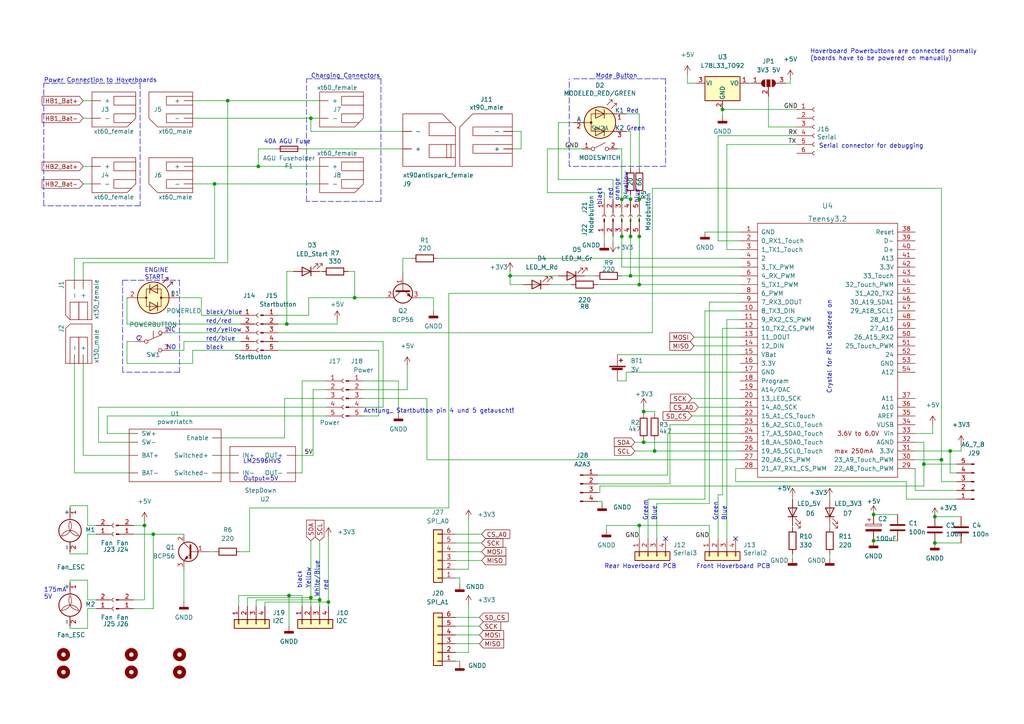
<source format=kicad_sch>
(kicad_sch (version 20211123) (generator eeschema)

  (uuid 00e38d63-5436-49db-81f5-697421f168fc)

  (paper "A4")

  

  (junction (at 62.23 53.34) (diameter 0) (color 0 0 0 0)
    (uuid 051b8cb0-ae77-4e09-98a7-bf2103319e66)
  )
  (junction (at 41.91 152.4) (diameter 0) (color 0 0 0 0)
    (uuid 08d3dd73-6f4c-4fc2-8e37-f281b85fe0d4)
  )
  (junction (at 92.71 173.99) (diameter 0) (color 0 0 0 0)
    (uuid 0b10b5dd-1068-4091-bac0-79652863a01e)
  )
  (junction (at 186.69 128.27) (diameter 0) (color 0 0 0 0)
    (uuid 0bb5c886-5f9c-4c29-83d9-f58a572fcd79)
  )
  (junction (at 90.17 34.29) (diameter 0) (color 0 0 0 0)
    (uuid 123968c6-74e7-4754-8c36-08ea08e42555)
  )
  (junction (at 44.45 154.94) (diameter 0) (color 0 0 0 0)
    (uuid 17f40a5c-3441-49ae-8b83-88ce922d0e3d)
  )
  (junction (at 83.185 93.98) (diameter 0) (color 0 0 0 0)
    (uuid 2235841a-9c52-451a-9616-b84a520feeb5)
  )
  (junction (at 273.05 133.35) (diameter 0) (color 0 0 0 0)
    (uuid 294c0b81-a58f-43d9-b3ff-58ec3e95d3c4)
  )
  (junction (at 147.955 80.01) (diameter 0) (color 0 0 0 0)
    (uuid 31799447-fd07-4760-945e-f0b3deaaea3e)
  )
  (junction (at 182.88 57.785) (diameter 0) (color 0 0 0 0)
    (uuid 35351f64-441a-4f62-87d4-a200c91bb3de)
  )
  (junction (at 185.42 152.4) (diameter 0) (color 0 0 0 0)
    (uuid 38f3170a-b54c-4011-af49-381b27b9e9bb)
  )
  (junction (at 271.145 149.86) (diameter 0) (color 0 0 0 0)
    (uuid 3a3e70b1-2cc8-4a66-89cd-35460ef8a407)
  )
  (junction (at 186.69 119.38) (diameter 0) (color 0 0 0 0)
    (uuid 40412e4d-fa67-404b-8675-fb145207776f)
  )
  (junction (at 185.42 68.58) (diameter 0) (color 0 0 0 0)
    (uuid 5037a3f1-8665-4753-8111-3cc5f01f527e)
  )
  (junction (at 253.365 156.845) (diameter 0) (color 0 0 0 0)
    (uuid 5096b250-cff0-4068-b724-0f0e0414784d)
  )
  (junction (at 182.88 80.01) (diameter 0) (color 0 0 0 0)
    (uuid 51e2a64a-e03c-401f-bbf1-282827dc3883)
  )
  (junction (at 83.82 172.72) (diameter 0) (color 0 0 0 0)
    (uuid 69403c96-f918-448f-9931-0f743ebdeac3)
  )
  (junction (at 185.42 82.55) (diameter 0) (color 0 0 0 0)
    (uuid 694fe12e-f636-4239-9f50-17d1e83c559a)
  )
  (junction (at 275.59 130.81) (diameter 0) (color 0 0 0 0)
    (uuid 73e22f62-48fa-4032-ab99-c63ffdb6815b)
  )
  (junction (at 74.93 48.26) (diameter 0) (color 0 0 0 0)
    (uuid 79451892-db6b-4999-916d-6392174ee493)
  )
  (junction (at 189.865 130.81) (diameter 0) (color 0 0 0 0)
    (uuid 8704d76b-52f1-45a4-966f-1d07e731c198)
  )
  (junction (at 253.365 149.225) (diameter 0) (color 0 0 0 0)
    (uuid 88d9f69e-d0e5-4bba-b2dc-36fd356eba4e)
  )
  (junction (at 185.42 57.785) (diameter 0) (color 0 0 0 0)
    (uuid 8b0c0bc4-8c66-4ee6-94d3-7711afdbbace)
  )
  (junction (at 102.87 86.36) (diameter 0) (color 0 0 0 0)
    (uuid 8e0c5536-8f0c-41c4-a920-c1fe2d0aeb28)
  )
  (junction (at 209.55 31.75) (diameter 0) (color 0 0 0 0)
    (uuid 90b82718-91a8-42b9-8b5c-f55037401d9a)
  )
  (junction (at 182.88 68.58) (diameter 0) (color 0 0 0 0)
    (uuid 92ecfc54-4a5a-4f80-835f-341e5f4566e0)
  )
  (junction (at 180.34 57.785) (diameter 0) (color 0 0 0 0)
    (uuid 9654c0fa-eebe-4319-94a4-df6f955eea98)
  )
  (junction (at 180.34 68.58) (diameter 0) (color 0 0 0 0)
    (uuid 983cd6c3-109c-4c73-99a3-ba679cdd09e5)
  )
  (junction (at 271.145 157.48) (diameter 0) (color 0 0 0 0)
    (uuid 9f171a87-ffde-46b1-b9bd-87ba6a6c823d)
  )
  (junction (at 95.25 174.625) (diameter 0) (color 0 0 0 0)
    (uuid ae42da24-02f4-42e7-8f2c-3c1c04118f9b)
  )
  (junction (at 267.97 134.62) (diameter 0) (color 0 0 0 0)
    (uuid aecb7fd1-6e81-44d7-8a5d-03a5b93e1a9a)
  )
  (junction (at 90.17 173.355) (diameter 0) (color 0 0 0 0)
    (uuid e6bbf99a-2bfc-49bf-a0f1-56b03ff0b655)
  )
  (junction (at 66.04 29.21) (diameter 0) (color 0 0 0 0)
    (uuid fad4c712-0a2e-465d-a9f8-83d26bd66e37)
  )

  (no_connect (at 213.36 156.21) (uuid 57276367-9ce4-4738-88d7-6e8cb94c966c))
  (no_connect (at 193.04 156.21) (uuid 72b36951-3ec7-4569-9c88-cf9b4afe1cae))

  (wire (pts (xy 66.675 132.08) (xy 64.135 132.08))
    (stroke (width 0) (type default) (color 0 0 0 0))
    (uuid 009b5465-0a65-4237-93e7-eb65321eeb18)
  )
  (wire (pts (xy 275.59 130.81) (xy 278.765 130.81))
    (stroke (width 0) (type default) (color 0 0 0 0))
    (uuid 00ebed69-1ae8-4281-9dbb-78160329662c)
  )
  (wire (pts (xy 55.88 101.6) (xy 69.85 101.6))
    (stroke (width 0) (type default) (color 0 0 0 0))
    (uuid 00f6ae70-94cc-4d50-aa7e-814bf3ec142c)
  )
  (wire (pts (xy 62.23 53.34) (xy 62.23 74.93))
    (stroke (width 0) (type default) (color 0 0 0 0))
    (uuid 02538207-54a8-4266-8d51-23871852b2ff)
  )
  (wire (pts (xy 158.75 43.18) (xy 158.75 55.88))
    (stroke (width 0) (type default) (color 0 0 0 0))
    (uuid 03b1ac56-3611-4584-aaf7-656eb89a5a58)
  )
  (wire (pts (xy 181.61 38.1) (xy 182.88 38.1))
    (stroke (width 0) (type default) (color 0 0 0 0))
    (uuid 03f57fb4-32a3-4bc6-85b9-fd8ece4a9592)
  )
  (wire (pts (xy 271.145 157.48) (xy 278.765 157.48))
    (stroke (width 0) (type default) (color 0 0 0 0))
    (uuid 046aff1b-63dd-4fa2-ad6b-a0c87f57f7dd)
  )
  (wire (pts (xy 213.36 139.7) (xy 213.36 135.89))
    (stroke (width 0) (type default) (color 0 0 0 0))
    (uuid 048b98a1-7408-4bd3-ba48-56b856855483)
  )
  (wire (pts (xy 151.13 43.18) (xy 148.59 43.18))
    (stroke (width 0) (type default) (color 0 0 0 0))
    (uuid 04cf2f2c-74bf-400d-b4f6-201720df00ed)
  )
  (wire (pts (xy 185.42 57.785) (xy 185.42 68.58))
    (stroke (width 0) (type default) (color 0 0 0 0))
    (uuid 06407d5a-4471-4505-93e6-0953c197b726)
  )
  (wire (pts (xy 74.93 43.18) (xy 74.93 48.26))
    (stroke (width 0) (type default) (color 0 0 0 0))
    (uuid 083becc8-e25d-4206-9636-55457650bbe3)
  )
  (wire (pts (xy 132.08 167.64) (xy 133.35 167.64))
    (stroke (width 0) (type default) (color 0 0 0 0))
    (uuid 09ec5a1f-8168-4109-a329-ef099cef6d16)
  )
  (wire (pts (xy 83.82 172.72) (xy 69.215 172.72))
    (stroke (width 0) (type default) (color 0 0 0 0))
    (uuid 0a177102-b386-476a-bb78-cfa41e5981d4)
  )
  (wire (pts (xy 253.365 156.845) (xy 260.35 156.845))
    (stroke (width 0) (type default) (color 0 0 0 0))
    (uuid 0a265115-6c7a-45ab-97a3-c695e3ee67d2)
  )
  (polyline (pts (xy 12.7 59.69) (xy 12.7 24.13))
    (stroke (width 0) (type default) (color 0 0 0 0))
    (uuid 0b4c0f05-c855-4742-bad2-dbf645d5842b)
  )

  (wire (pts (xy 217.17 24.13) (xy 217.805 24.13))
    (stroke (width 0) (type default) (color 0 0 0 0))
    (uuid 0b759eb5-2b5d-497b-bde5-ba020c43a39d)
  )
  (wire (pts (xy 265.43 125.73) (xy 270.51 125.73))
    (stroke (width 0) (type default) (color 0 0 0 0))
    (uuid 0bf9b321-fb4d-49fd-9592-7ab5a99eb177)
  )
  (wire (pts (xy 90.17 156.845) (xy 90.17 173.355))
    (stroke (width 0) (type default) (color 0 0 0 0))
    (uuid 0cc9bf07-55b9-458f-b8aa-41b2f51fa940)
  )
  (wire (pts (xy 92.71 156.845) (xy 92.71 173.99))
    (stroke (width 0) (type default) (color 0 0 0 0))
    (uuid 0d5b0f48-7e11-42a1-aa49-31f1b69cb91d)
  )
  (wire (pts (xy 262.89 144.78) (xy 262.89 139.7))
    (stroke (width 0) (type default) (color 0 0 0 0))
    (uuid 0d8dc964-deb7-44e6-848e-a4828cd6ccf5)
  )
  (wire (pts (xy 267.97 140.97) (xy 173.99 140.97))
    (stroke (width 0) (type default) (color 0 0 0 0))
    (uuid 0dbb758d-d359-4d2a-8a5d-77dfe99df357)
  )
  (wire (pts (xy 132.08 160.02) (xy 139.7 160.02))
    (stroke (width 0) (type default) (color 0 0 0 0))
    (uuid 0e78b584-2869-48ac-b293-95bd208efc94)
  )
  (wire (pts (xy 189.865 119.38) (xy 189.865 120.015))
    (stroke (width 0) (type default) (color 0 0 0 0))
    (uuid 0e95aa78-7bed-4b26-ac12-dbebf9e2b680)
  )
  (wire (pts (xy 31.115 120.65) (xy 31.115 125.73))
    (stroke (width 0) (type default) (color 0 0 0 0))
    (uuid 0f6a1023-ed00-4bd6-afef-ff227538c5e3)
  )
  (wire (pts (xy 177.8 52.07) (xy 177.8 57.785))
    (stroke (width 0) (type default) (color 0 0 0 0))
    (uuid 11274c77-8dea-42af-9338-4bcf2f325c89)
  )
  (wire (pts (xy 82.55 127) (xy 82.55 115.57))
    (stroke (width 0) (type default) (color 0 0 0 0))
    (uuid 1136c54b-6feb-40f7-ae6a-0f9521f82981)
  )
  (wire (pts (xy 37.465 125.73) (xy 31.115 125.73))
    (stroke (width 0) (type default) (color 0 0 0 0))
    (uuid 1199146e-a60b-416a-b503-e77d6d2892f9)
  )
  (wire (pts (xy 21.59 137.16) (xy 21.59 105.41))
    (stroke (width 0) (type default) (color 0 0 0 0))
    (uuid 12a24e86-2c38-4685-bba9-fff8dddb4cb0)
  )
  (wire (pts (xy 26.67 53.34) (xy 24.13 53.34))
    (stroke (width 0) (type default) (color 0 0 0 0))
    (uuid 12c8f4c9-cb79-4390-b96c-a717c693de17)
  )
  (wire (pts (xy 24.13 48.26) (xy 26.67 48.26))
    (stroke (width 0) (type default) (color 0 0 0 0))
    (uuid 12f8e43c-8f83-48d3-a9b5-5f3ebc0b6c43)
  )
  (wire (pts (xy 186.69 118.11) (xy 186.69 119.38))
    (stroke (width 0) (type default) (color 0 0 0 0))
    (uuid 13519fa0-f319-4568-9da1-27e7fc596e16)
  )
  (wire (pts (xy 20.32 146.685) (xy 25.4 146.685))
    (stroke (width 0) (type default) (color 0 0 0 0))
    (uuid 1542b558-bfe7-4e44-b051-52e954f089c4)
  )
  (wire (pts (xy 265.43 130.81) (xy 275.59 130.81))
    (stroke (width 0) (type default) (color 0 0 0 0))
    (uuid 15f2b6d5-48c4-4f31-8b9d-7d2668e7fe00)
  )
  (wire (pts (xy 275.59 137.16) (xy 277.495 137.16))
    (stroke (width 0) (type default) (color 0 0 0 0))
    (uuid 16be875d-0110-4993-b777-e772726fe1e5)
  )
  (wire (pts (xy 209.55 95.25) (xy 209.55 143.51))
    (stroke (width 0) (type default) (color 0 0 0 0))
    (uuid 170a1464-a955-4bdc-927d-f8249fd0c04c)
  )
  (wire (pts (xy 66.04 29.21) (xy 66.04 76.2))
    (stroke (width 0) (type default) (color 0 0 0 0))
    (uuid 17ed3508-fa2e-4593-a799-bfd39a6cc14d)
  )
  (wire (pts (xy 159.385 82.55) (xy 165.735 82.55))
    (stroke (width 0) (type default) (color 0 0 0 0))
    (uuid 180684cf-f7b0-46b2-aea4-1f93e406cf59)
  )
  (wire (pts (xy 127 74.93) (xy 214.63 74.93))
    (stroke (width 0) (type default) (color 0 0 0 0))
    (uuid 181e9518-7706-4189-a885-5e6e3aee3bb9)
  )
  (wire (pts (xy 147.955 80.01) (xy 147.955 82.55))
    (stroke (width 0) (type default) (color 0 0 0 0))
    (uuid 193cbccc-28f2-4437-8064-d229e44aa604)
  )
  (wire (pts (xy 83.185 93.98) (xy 83.185 78.74))
    (stroke (width 0) (type default) (color 0 0 0 0))
    (uuid 1df9a412-b56c-4e84-b38b-6a4bc05a97be)
  )
  (wire (pts (xy 38.735 173.99) (xy 41.91 173.99))
    (stroke (width 0) (type default) (color 0 0 0 0))
    (uuid 1e6a20ef-296c-4f96-9891-ff8455ce839d)
  )
  (wire (pts (xy 25.4 182.245) (xy 20.32 182.245))
    (stroke (width 0) (type default) (color 0 0 0 0))
    (uuid 1f97d1e3-c5f6-4344-9fb6-6c723b7697fa)
  )
  (polyline (pts (xy 52.07 81.28) (xy 52.07 107.95))
    (stroke (width 0) (type default) (color 0 0 0 0))
    (uuid 1fbb0219-551e-409b-a61b-76e8cebdfb9d)
  )

  (wire (pts (xy 185.42 82.55) (xy 214.63 82.55))
    (stroke (width 0) (type default) (color 0 0 0 0))
    (uuid 1fe5bc2b-0fca-4819-a520-4615dfab4d15)
  )
  (wire (pts (xy 69.215 172.72) (xy 69.215 175.895))
    (stroke (width 0) (type default) (color 0 0 0 0))
    (uuid 25531609-ada1-438f-9524-2d6b2aacec2a)
  )
  (wire (pts (xy 20.32 168.275) (xy 25.4 168.275))
    (stroke (width 0) (type default) (color 0 0 0 0))
    (uuid 26301722-d82d-4669-b21f-04874a1fbca3)
  )
  (wire (pts (xy 229.87 144.145) (xy 229.87 144.78))
    (stroke (width 0) (type default) (color 0 0 0 0))
    (uuid 26a5e061-05bb-41a8-bc7a-df1564b11e90)
  )
  (wire (pts (xy 132.08 191.77) (xy 133.35 191.77))
    (stroke (width 0) (type default) (color 0 0 0 0))
    (uuid 2721b0da-8699-4bf1-80bb-1d6b9e717c61)
  )
  (wire (pts (xy 214.63 85.09) (xy 130.175 85.09))
    (stroke (width 0) (type default) (color 0 0 0 0))
    (uuid 2762442d-9432-4074-b79b-8eeab3eaf9a7)
  )
  (polyline (pts (xy 40.64 24.13) (xy 40.64 59.69))
    (stroke (width 0) (type default) (color 0 0 0 0))
    (uuid 282c8e53-3acc-42f0-a92a-6aa976b97a93)
  )

  (wire (pts (xy 148.59 38.1) (xy 151.13 38.1))
    (stroke (width 0) (type default) (color 0 0 0 0))
    (uuid 2878a73c-5447-4cd9-8194-14f52ab9459c)
  )
  (wire (pts (xy 89.535 86.36) (xy 102.87 86.36))
    (stroke (width 0) (type default) (color 0 0 0 0))
    (uuid 28e146f5-f85f-47b5-94b5-a67c33d23635)
  )
  (wire (pts (xy 182.88 57.785) (xy 182.88 68.58))
    (stroke (width 0) (type default) (color 0 0 0 0))
    (uuid 2a71f78d-0911-4a41-a0ce-aa50e93d68c8)
  )
  (wire (pts (xy 161.925 35.56) (xy 161.925 52.07))
    (stroke (width 0) (type default) (color 0 0 0 0))
    (uuid 2b8b629c-53ef-4ac6-91d7-f1a071136889)
  )
  (wire (pts (xy 135.89 165.1) (xy 132.08 165.1))
    (stroke (width 0) (type default) (color 0 0 0 0))
    (uuid 2ba9fb94-a1fa-486c-8933-fbe2803c354e)
  )
  (wire (pts (xy 72.39 160.02) (xy 69.85 160.02))
    (stroke (width 0) (type default) (color 0 0 0 0))
    (uuid 2d84a257-2801-4282-83f8-8a08920949d3)
  )
  (wire (pts (xy 55.88 105.41) (xy 55.88 101.6))
    (stroke (width 0) (type default) (color 0 0 0 0))
    (uuid 2fd044b6-377e-455f-89e0-f4f69a117f77)
  )
  (wire (pts (xy 135.89 150.495) (xy 135.89 165.1))
    (stroke (width 0) (type default) (color 0 0 0 0))
    (uuid 3017e6b7-2d49-4427-9dc1-83cc27ee24a4)
  )
  (wire (pts (xy 185.42 152.4) (xy 185.42 156.21))
    (stroke (width 0) (type default) (color 0 0 0 0))
    (uuid 30c33e3e-fb78-498d-bffe-76273d527004)
  )
  (wire (pts (xy 209.55 31.75) (xy 209.55 33.655))
    (stroke (width 0) (type default) (color 0 0 0 0))
    (uuid 322a7fce-26c4-4bb5-ba5a-1688f26585cf)
  )
  (wire (pts (xy 80.645 96.52) (xy 189.23 96.52))
    (stroke (width 0) (type default) (color 0 0 0 0))
    (uuid 32380bb4-3280-497e-9558-7a21f00e00dd)
  )
  (wire (pts (xy 173.355 82.55) (xy 185.42 82.55))
    (stroke (width 0) (type default) (color 0 0 0 0))
    (uuid 32445bc6-e73d-4201-9666-5de468baf622)
  )
  (wire (pts (xy 185.42 68.58) (xy 185.42 82.55))
    (stroke (width 0) (type default) (color 0 0 0 0))
    (uuid 32551a79-b842-47a9-8e23-7783a840e131)
  )
  (wire (pts (xy 161.925 80.01) (xy 147.955 80.01))
    (stroke (width 0) (type default) (color 0 0 0 0))
    (uuid 329094f4-8898-41df-ac65-e73e1fd74cbf)
  )
  (wire (pts (xy 20.32 168.91) (xy 20.32 168.275))
    (stroke (width 0) (type default) (color 0 0 0 0))
    (uuid 33072d10-86aa-4a72-9898-01c2c9b5842e)
  )
  (wire (pts (xy 27.94 176.53) (xy 25.4 176.53))
    (stroke (width 0) (type default) (color 0 0 0 0))
    (uuid 34e399b2-48be-42f9-842e-e3b66c7c06bb)
  )
  (wire (pts (xy 209.55 143.51) (xy 208.28 143.51))
    (stroke (width 0) (type default) (color 0 0 0 0))
    (uuid 34eb38bf-2fc7-4a28-893e-3d3609a85d23)
  )
  (wire (pts (xy 41.91 151.13) (xy 41.91 152.4))
    (stroke (width 0) (type default) (color 0 0 0 0))
    (uuid 35a7735a-ee25-458f-bb48-cd448dcda5d3)
  )
  (wire (pts (xy 62.23 53.34) (xy 92.71 53.34))
    (stroke (width 0) (type default) (color 0 0 0 0))
    (uuid 35c09d1f-2914-4d1e-a002-df30af772f3b)
  )
  (wire (pts (xy 24.13 76.2) (xy 24.13 81.28))
    (stroke (width 0) (type default) (color 0 0 0 0))
    (uuid 35ef9c4a-35f6-467b-a704-b1d9354880cf)
  )
  (wire (pts (xy 267.97 128.27) (xy 267.97 134.62))
    (stroke (width 0) (type default) (color 0 0 0 0))
    (uuid 3628add0-cc90-4ce6-bc0a-7b0499cb2a43)
  )
  (wire (pts (xy 25.4 154.94) (xy 25.4 160.655))
    (stroke (width 0) (type default) (color 0 0 0 0))
    (uuid 39ae077c-5133-4896-9953-71244e980cb5)
  )
  (wire (pts (xy 123.825 115.57) (xy 123.825 133.35))
    (stroke (width 0) (type default) (color 0 0 0 0))
    (uuid 39d7e422-7f67-4268-a2ed-2db52be51cae)
  )
  (wire (pts (xy 158.75 43.18) (xy 168.91 43.18))
    (stroke (width 0) (type default) (color 0 0 0 0))
    (uuid 3a41dd27-ec14-44d5-b505-aad1d829f79a)
  )
  (wire (pts (xy 38.735 154.94) (xy 44.45 154.94))
    (stroke (width 0) (type default) (color 0 0 0 0))
    (uuid 3bc3df81-b30e-4a41-a38c-bca401c1fdb4)
  )
  (wire (pts (xy 132.08 181.61) (xy 139.065 181.61))
    (stroke (width 0) (type default) (color 0 0 0 0))
    (uuid 3bce23fc-cdab-4616-8963-9c1f94f76e8b)
  )
  (wire (pts (xy 94.615 120.65) (xy 31.115 120.65))
    (stroke (width 0) (type default) (color 0 0 0 0))
    (uuid 3bdb6e74-df98-4382-9a1e-8b7b42de8b63)
  )
  (wire (pts (xy 132.08 184.15) (xy 139.065 184.15))
    (stroke (width 0) (type default) (color 0 0 0 0))
    (uuid 3be16d8f-c504-4be9-bb1b-a581c1c2e941)
  )
  (wire (pts (xy 199.39 24.13) (xy 199.39 21.59))
    (stroke (width 0) (type default) (color 0 0 0 0))
    (uuid 3cd14580-9b18-43b9-b012-256b77a63300)
  )
  (wire (pts (xy 24.13 132.08) (xy 37.465 132.08))
    (stroke (width 0) (type default) (color 0 0 0 0))
    (uuid 3e0392c0-affc-4114-9de5-1f1cfe79418a)
  )
  (wire (pts (xy 262.89 139.7) (xy 213.36 139.7))
    (stroke (width 0) (type default) (color 0 0 0 0))
    (uuid 3e2959fb-f853-45ab-a70d-cefa40ed4a13)
  )
  (wire (pts (xy 87.63 43.18) (xy 116.84 43.18))
    (stroke (width 0) (type default) (color 0 0 0 0))
    (uuid 3e3d55c8-e0ea-48fb-8421-a84b7cb7055b)
  )
  (wire (pts (xy 66.04 29.21) (xy 92.71 29.21))
    (stroke (width 0) (type default) (color 0 0 0 0))
    (uuid 422b10b9-e829-44a2-8808-05edd8cb3050)
  )
  (wire (pts (xy 92.71 173.99) (xy 74.295 173.99))
    (stroke (width 0) (type default) (color 0 0 0 0))
    (uuid 4254ab22-9d9b-4884-a1f8-0bb4242f8894)
  )
  (wire (pts (xy 270.51 125.73) (xy 270.51 123.19))
    (stroke (width 0) (type default) (color 0 0 0 0))
    (uuid 44a31d09-65ce-45e2-98f9-0649161b54b4)
  )
  (wire (pts (xy 158.75 55.88) (xy 175.26 55.88))
    (stroke (width 0) (type default) (color 0 0 0 0))
    (uuid 44d10368-2885-4218-b8f1-52a5fde92cb3)
  )
  (wire (pts (xy 214.63 77.47) (xy 180.34 77.47))
    (stroke (width 0) (type default) (color 0 0 0 0))
    (uuid 44dee830-40ed-4a00-8c4e-ba626f32dc1e)
  )
  (wire (pts (xy 25.4 168.275) (xy 25.4 173.99))
    (stroke (width 0) (type default) (color 0 0 0 0))
    (uuid 46fa1be4-d517-4eaf-a68b-dce661fc076c)
  )
  (wire (pts (xy 278.765 130.81) (xy 278.765 128.905))
    (stroke (width 0) (type default) (color 0 0 0 0))
    (uuid 474c69f2-d47e-44b5-9fe8-4f70b718e8d8)
  )
  (wire (pts (xy 90.17 38.1) (xy 90.17 34.29))
    (stroke (width 0) (type default) (color 0 0 0 0))
    (uuid 475ed8b3-90bf-48cd-bce5-d8f48b689541)
  )
  (wire (pts (xy 240.665 152.4) (xy 240.665 153.035))
    (stroke (width 0) (type default) (color 0 0 0 0))
    (uuid 489dbc75-626f-4f7d-a79e-4718b12503a5)
  )
  (wire (pts (xy 205.74 146.05) (xy 205.74 87.63))
    (stroke (width 0) (type default) (color 0 0 0 0))
    (uuid 49df14a4-9231-4e0c-8be6-325780f5026d)
  )
  (wire (pts (xy 253.365 149.225) (xy 260.35 149.225))
    (stroke (width 0) (type default) (color 0 0 0 0))
    (uuid 49efe05d-ee93-4a15-b852-734325ebf0af)
  )
  (wire (pts (xy 89.535 91.44) (xy 89.535 86.36))
    (stroke (width 0) (type default) (color 0 0 0 0))
    (uuid 4abd83b2-2075-4fec-a627-5a1558b56d3f)
  )
  (wire (pts (xy 190.5 156.21) (xy 190.5 146.05))
    (stroke (width 0) (type default) (color 0 0 0 0))
    (uuid 4c843bdb-6c9e-40dd-85e2-0567846e18ba)
  )
  (wire (pts (xy 123.825 133.35) (xy 214.63 133.35))
    (stroke (width 0) (type default) (color 0 0 0 0))
    (uuid 4d35d179-1fe5-442a-89de-d0579ca2bbc5)
  )
  (wire (pts (xy 105.41 115.57) (xy 123.825 115.57))
    (stroke (width 0) (type default) (color 0 0 0 0))
    (uuid 4dbb109d-2431-40ac-8260-8df88fdef5cd)
  )
  (wire (pts (xy 184.15 128.27) (xy 186.69 128.27))
    (stroke (width 0) (type default) (color 0 0 0 0))
    (uuid 4fdf05e9-f289-448e-914a-b6881900d6c1)
  )
  (wire (pts (xy 275.59 130.81) (xy 275.59 137.16))
    (stroke (width 0) (type default) (color 0 0 0 0))
    (uuid 501f712e-3fe5-40e9-8641-58b732b1882d)
  )
  (wire (pts (xy 83.185 93.98) (xy 97.79 93.98))
    (stroke (width 0) (type default) (color 0 0 0 0))
    (uuid 50208326-4c3d-4fc0-b1bc-7c7f78e47333)
  )
  (wire (pts (xy 90.17 173.355) (xy 90.17 175.895))
    (stroke (width 0) (type default) (color 0 0 0 0))
    (uuid 50511df0-cbe7-4439-9e9c-f26e04b637db)
  )
  (wire (pts (xy 189.23 54.61) (xy 189.23 96.52))
    (stroke (width 0) (type default) (color 0 0 0 0))
    (uuid 51909adb-2e51-4572-af12-85a12663ac96)
  )
  (wire (pts (xy 193.675 125.73) (xy 214.63 125.73))
    (stroke (width 0) (type default) (color 0 0 0 0))
    (uuid 530ea4c9-0761-4c55-b00d-e28a9768a955)
  )
  (wire (pts (xy 36.83 93.98) (xy 36.83 86.36))
    (stroke (width 0) (type default) (color 0 0 0 0))
    (uuid 53e34696-241f-47e5-a477-f469335c8a61)
  )
  (wire (pts (xy 58.42 91.44) (xy 69.85 91.44))
    (stroke (width 0) (type default) (color 0 0 0 0))
    (uuid 547eeec1-a95c-431b-95a4-2ff936d52170)
  )
  (wire (pts (xy 119.38 74.93) (xy 116.84 74.93))
    (stroke (width 0) (type default) (color 0 0 0 0))
    (uuid 54dfed87-fbe5-47ab-b620-2d6ba5ea0bcb)
  )
  (wire (pts (xy 87.63 172.72) (xy 83.82 172.72))
    (stroke (width 0) (type default) (color 0 0 0 0))
    (uuid 55c7ef39-b251-4a11-94d4-60a109929c6f)
  )
  (wire (pts (xy 105.41 118.11) (xy 111.125 118.11))
    (stroke (width 0) (type default) (color 0 0 0 0))
    (uuid 56e486f5-556e-4d8e-a75a-487ed98d2e59)
  )
  (wire (pts (xy 205.74 152.4) (xy 205.74 156.21))
    (stroke (width 0) (type default) (color 0 0 0 0))
    (uuid 58d71c09-ba53-43d7-9fc9-7054806963d2)
  )
  (wire (pts (xy 177.8 68.58) (xy 177.8 70.485))
    (stroke (width 0) (type default) (color 0 0 0 0))
    (uuid 58dfd4b5-1213-4f4d-8f38-79c6f352f825)
  )
  (wire (pts (xy 36.83 99.06) (xy 36.83 105.41))
    (stroke (width 0) (type default) (color 0 0 0 0))
    (uuid 58e8a243-dbf1-46ec-a9ca-62db6c046a4b)
  )
  (wire (pts (xy 94.615 118.11) (xy 28.575 118.11))
    (stroke (width 0) (type default) (color 0 0 0 0))
    (uuid 5a040418-8644-4cf8-9de0-ba3624649e9e)
  )
  (wire (pts (xy 116.84 74.93) (xy 116.84 78.74))
    (stroke (width 0) (type default) (color 0 0 0 0))
    (uuid 5a1c01fb-cf82-4e17-9a62-00e0a3adba47)
  )
  (wire (pts (xy 182.88 68.58) (xy 182.88 80.01))
    (stroke (width 0) (type default) (color 0 0 0 0))
    (uuid 5ae7ec9d-f872-4d2d-a4c4-ccac7b92dc87)
  )
  (wire (pts (xy 94.615 113.03) (xy 90.805 113.03))
    (stroke (width 0) (type default) (color 0 0 0 0))
    (uuid 5b15d041-2d51-4c90-8164-397806011835)
  )
  (wire (pts (xy 95.25 174.625) (xy 95.25 175.895))
    (stroke (width 0) (type default) (color 0 0 0 0))
    (uuid 5c3c20ac-7d6a-4a6a-8d79-b176608d957f)
  )
  (wire (pts (xy 76.835 175.895) (xy 76.835 174.625))
    (stroke (width 0) (type default) (color 0 0 0 0))
    (uuid 5dba2df1-c0a7-451c-ad63-7260d7b1f5a8)
  )
  (wire (pts (xy 55.88 29.21) (xy 66.04 29.21))
    (stroke (width 0) (type default) (color 0 0 0 0))
    (uuid 5f312b85-6822-40a3-b417-2df49696ca2d)
  )
  (wire (pts (xy 24.13 29.21) (xy 26.67 29.21))
    (stroke (width 0) (type default) (color 0 0 0 0))
    (uuid 5f38bdb2-3657-474e-8e86-d6bb0b298110)
  )
  (wire (pts (xy 74.295 173.99) (xy 74.295 175.895))
    (stroke (width 0) (type default) (color 0 0 0 0))
    (uuid 6064ea35-013e-4b86-a6c4-39586d23a64c)
  )
  (wire (pts (xy 182.88 56.515) (xy 182.88 57.785))
    (stroke (width 0) (type default) (color 0 0 0 0))
    (uuid 613cedd3-6317-45b7-905c-7688baf53bf3)
  )
  (wire (pts (xy 209.55 31.75) (xy 231.14 31.75))
    (stroke (width 0) (type default) (color 0 0 0 0))
    (uuid 6202b522-e646-49af-83e4-b5d7844d80bd)
  )
  (wire (pts (xy 25.4 146.685) (xy 25.4 152.4))
    (stroke (width 0) (type default) (color 0 0 0 0))
    (uuid 62880b37-7f4d-4027-be35-87ea11b9bfce)
  )
  (wire (pts (xy 115.57 120.015) (xy 115.57 110.49))
    (stroke (width 0) (type default) (color 0 0 0 0))
    (uuid 62a6d334-f451-48c1-bbb3-2e2aacab4352)
  )
  (wire (pts (xy 194.31 123.19) (xy 214.63 123.19))
    (stroke (width 0) (type default) (color 0 0 0 0))
    (uuid 62bfa5ee-896d-42a1-8a5e-5e1301811401)
  )
  (wire (pts (xy 25.4 173.99) (xy 27.94 173.99))
    (stroke (width 0) (type default) (color 0 0 0 0))
    (uuid 62c26a31-4bf5-4a49-846e-2a9deae7bdd9)
  )
  (wire (pts (xy 182.88 38.1) (xy 182.88 48.895))
    (stroke (width 0) (type default) (color 0 0 0 0))
    (uuid 62e8c4d4-266c-4e53-8981-1028251d724c)
  )
  (wire (pts (xy 208.28 69.85) (xy 208.28 39.37))
    (stroke (width 0) (type default) (color 0 0 0 0))
    (uuid 63884a0c-3153-4b16-b576-b3d0570549ad)
  )
  (wire (pts (xy 130.175 85.09) (xy 130.175 147.32))
    (stroke (width 0) (type default) (color 0 0 0 0))
    (uuid 649506bc-e737-4d40-826c-c9ae6cf7999f)
  )
  (wire (pts (xy 204.47 90.17) (xy 204.47 144.78))
    (stroke (width 0) (type default) (color 0 0 0 0))
    (uuid 64a82c13-23a0-425e-9d2f-c51801b5f76e)
  )
  (wire (pts (xy 277.495 144.78) (xy 262.89 144.78))
    (stroke (width 0) (type default) (color 0 0 0 0))
    (uuid 64da2e4a-a726-4ff0-ba50-b173e8b39877)
  )
  (wire (pts (xy 37.465 137.16) (xy 21.59 137.16))
    (stroke (width 0) (type default) (color 0 0 0 0))
    (uuid 6513181c-0a6a-4560-9a18-17450c36ae2a)
  )
  (wire (pts (xy 180.34 80.01) (xy 182.88 80.01))
    (stroke (width 0) (type default) (color 0 0 0 0))
    (uuid 6551a109-65d8-49b9-807b-12ceb41c46a8)
  )
  (wire (pts (xy 38.735 176.53) (xy 44.45 176.53))
    (stroke (width 0) (type default) (color 0 0 0 0))
    (uuid 655a4dd6-df89-48f2-a803-643990d058bd)
  )
  (wire (pts (xy 208.28 39.37) (xy 231.14 39.37))
    (stroke (width 0) (type default) (color 0 0 0 0))
    (uuid 65b9a046-bb8f-42cd-b846-d3362b0ef51f)
  )
  (wire (pts (xy 83.185 78.74) (xy 85.09 78.74))
    (stroke (width 0) (type default) (color 0 0 0 0))
    (uuid 663cc588-2ea2-4d16-b91f-ff54db2ba726)
  )
  (wire (pts (xy 175.895 152.4) (xy 185.42 152.4))
    (stroke (width 0) (type default) (color 0 0 0 0))
    (uuid 68422ffc-83e4-42e5-b1dc-f3b10be98daf)
  )
  (polyline (pts (xy 165.1 48.26) (xy 165.1 22.86))
    (stroke (width 0) (type default) (color 0 0 0 0))
    (uuid 6ac3ab53-7523-4805-bfd2-5de19dff127e)
  )

  (wire (pts (xy 202.565 118.11) (xy 214.63 118.11))
    (stroke (width 0) (type default) (color 0 0 0 0))
    (uuid 6b341153-e6a9-446e-a41f-f0b6803ef98d)
  )
  (wire (pts (xy 133.35 167.64) (xy 133.35 169.545))
    (stroke (width 0) (type default) (color 0 0 0 0))
    (uuid 6bb2c937-e8ff-43d0-9b06-456594eb25e9)
  )
  (wire (pts (xy 36.83 99.06) (xy 39.37 99.06))
    (stroke (width 0) (type default) (color 0 0 0 0))
    (uuid 6bd115d6-07e0-45db-8f2e-3cbb0429104f)
  )
  (wire (pts (xy 125.73 86.36) (xy 125.73 90.17))
    (stroke (width 0) (type default) (color 0 0 0 0))
    (uuid 6cb93665-0bcd-4104-8633-fffd1811eee0)
  )
  (wire (pts (xy 204.47 67.31) (xy 214.63 67.31))
    (stroke (width 0) (type default) (color 0 0 0 0))
    (uuid 6d660d44-2237-493b-a881-7e0ebb385c2c)
  )
  (wire (pts (xy 115.57 110.49) (xy 105.41 110.49))
    (stroke (width 0) (type default) (color 0 0 0 0))
    (uuid 6fb78646-375d-4e04-bdf3-192bdf9fa3e4)
  )
  (wire (pts (xy 214.63 90.17) (xy 204.47 90.17))
    (stroke (width 0) (type default) (color 0 0 0 0))
    (uuid 6fe0cc28-1be0-4954-b1df-068cf34b34b8)
  )
  (wire (pts (xy 187.96 156.21) (xy 187.96 144.78))
    (stroke (width 0) (type default) (color 0 0 0 0))
    (uuid 6ffdf05e-e119-49f9-85e9-13e4901df42a)
  )
  (wire (pts (xy 20.32 160.655) (xy 20.32 160.02))
    (stroke (width 0) (type default) (color 0 0 0 0))
    (uuid 707520b4-cacf-45dc-bb64-b15608f9208f)
  )
  (wire (pts (xy 38.735 152.4) (xy 41.91 152.4))
    (stroke (width 0) (type default) (color 0 0 0 0))
    (uuid 716ce140-e601-44e8-935e-856b42be6077)
  )
  (wire (pts (xy 186.69 119.38) (xy 189.865 119.38))
    (stroke (width 0) (type default) (color 0 0 0 0))
    (uuid 719e9152-e8ec-4038-bff3-e10dc6873da6)
  )
  (wire (pts (xy 80.01 43.18) (xy 74.93 43.18))
    (stroke (width 0) (type default) (color 0 0 0 0))
    (uuid 725cdf26-4b92-46db-bca9-10d930002dda)
  )
  (wire (pts (xy 80.645 101.6) (xy 109.855 101.6))
    (stroke (width 0) (type default) (color 0 0 0 0))
    (uuid 72c5b5dc-7d0c-4e1d-aa45-7f2d6eeb3e27)
  )
  (wire (pts (xy 189.865 130.81) (xy 214.63 130.81))
    (stroke (width 0) (type default) (color 0 0 0 0))
    (uuid 7468e343-8d98-49cd-b0f3-87e6dfd3c57b)
  )
  (wire (pts (xy 273.05 139.7) (xy 273.05 133.35))
    (stroke (width 0) (type default) (color 0 0 0 0))
    (uuid 751655c2-941f-4109-8347-98c9fd930f4e)
  )
  (wire (pts (xy 180.34 43.18) (xy 180.34 57.785))
    (stroke (width 0) (type default) (color 0 0 0 0))
    (uuid 75c8508a-aa91-42ac-a3e8-5f7b38c6618f)
  )
  (wire (pts (xy 20.32 160.655) (xy 25.4 160.655))
    (stroke (width 0) (type default) (color 0 0 0 0))
    (uuid 782ab777-440f-4045-a4c0-f73ddee70716)
  )
  (wire (pts (xy 118.11 113.03) (xy 105.41 113.03))
    (stroke (width 0) (type default) (color 0 0 0 0))
    (uuid 78fc26a2-c6aa-4020-b71c-d7cbb33d50cf)
  )
  (wire (pts (xy 161.925 35.56) (xy 166.37 35.56))
    (stroke (width 0) (type default) (color 0 0 0 0))
    (uuid 7a2b8997-41f5-4d37-9b4a-91e13dfae36c)
  )
  (wire (pts (xy 74.93 48.26) (xy 92.71 48.26))
    (stroke (width 0) (type default) (color 0 0 0 0))
    (uuid 7acd513a-187b-4936-9f93-2e521ce33ad5)
  )
  (polyline (pts (xy 52.07 107.95) (xy 35.56 107.95))
    (stroke (width 0) (type default) (color 0 0 0 0))
    (uuid 7bfba61b-6752-4a45-9ee6-5984dcb15041)
  )

  (wire (pts (xy 82.55 115.57) (xy 94.615 115.57))
    (stroke (width 0) (type default) (color 0 0 0 0))
    (uuid 7dfa12dd-0cd0-4759-964c-4ba3aef8bb58)
  )
  (wire (pts (xy 175.26 68.58) (xy 175.26 70.485))
    (stroke (width 0) (type default) (color 0 0 0 0))
    (uuid 7f1579b0-7b58-4eea-a427-d38d2582d3aa)
  )
  (wire (pts (xy 60.96 160.02) (xy 62.23 160.02))
    (stroke (width 0) (type default) (color 0 0 0 0))
    (uuid 7f664a3c-9748-45a7-a189-4712ada62fe7)
  )
  (wire (pts (xy 174.625 145.415) (xy 174.625 146.05))
    (stroke (width 0) (type default) (color 0 0 0 0))
    (uuid 805ad2cb-4a29-45da-a322-1f9825134f56)
  )
  (wire (pts (xy 271.145 149.86) (xy 278.765 149.86))
    (stroke (width 0) (type default) (color 0 0 0 0))
    (uuid 80d27706-07bd-45c6-badc-c478b2600e5a)
  )
  (wire (pts (xy 265.43 133.35) (xy 273.05 133.35))
    (stroke (width 0) (type default) (color 0 0 0 0))
    (uuid 81d962a1-f4fc-43bc-9dbe-9b5a35c18019)
  )
  (wire (pts (xy 90.805 113.03) (xy 90.805 132.08))
    (stroke (width 0) (type default) (color 0 0 0 0))
    (uuid 823c34d4-e27b-470a-9b98-977c836aa764)
  )
  (wire (pts (xy 267.97 134.62) (xy 277.495 134.62))
    (stroke (width 0) (type default) (color 0 0 0 0))
    (uuid 83ba1d10-74c9-483a-be53-0628a98c4613)
  )
  (polyline (pts (xy 40.64 59.69) (xy 12.7 59.69))
    (stroke (width 0) (type default) (color 0 0 0 0))
    (uuid 83c5181e-f5ee-453c-ae5c-d7256ba8837d)
  )

  (wire (pts (xy 181.61 33.02) (xy 185.42 33.02))
    (stroke (width 0) (type default) (color 0 0 0 0))
    (uuid 844d7d7a-b386-45a8-aaf6-bf41bbcb43b5)
  )
  (wire (pts (xy 173.355 140.335) (xy 194.31 140.335))
    (stroke (width 0) (type default) (color 0 0 0 0))
    (uuid 85827b25-c667-4d1b-8921-52bdc5430650)
  )
  (wire (pts (xy 147.955 78.74) (xy 147.955 80.01))
    (stroke (width 0) (type default) (color 0 0 0 0))
    (uuid 8723f50e-a484-4a9a-b72b-07dbeb8b0cf9)
  )
  (wire (pts (xy 53.34 165.1) (xy 53.34 174.625))
    (stroke (width 0) (type default) (color 0 0 0 0))
    (uuid 885d043f-b4c9-4eb2-820d-d417cb4bc866)
  )
  (polyline (pts (xy 88.9 22.86) (xy 110.49 22.86))
    (stroke (width 0) (type default) (color 0 0 0 0))
    (uuid 888fd7cb-2fc6-480c-bcfa-0b71303087d3)
  )

  (wire (pts (xy 71.755 173.355) (xy 90.17 173.355))
    (stroke (width 0) (type default) (color 0 0 0 0))
    (uuid 89607785-50a6-412e-9773-1e085f5b77fa)
  )
  (wire (pts (xy 36.83 93.98) (xy 69.85 93.98))
    (stroke (width 0) (type default) (color 0 0 0 0))
    (uuid 8aeae536-fd36-430e-be47-1a856eced2fc)
  )
  (wire (pts (xy 87.63 110.49) (xy 94.615 110.49))
    (stroke (width 0) (type default) (color 0 0 0 0))
    (uuid 8b61a8d2-0056-4f41-829d-4d87fa944b28)
  )
  (wire (pts (xy 28.575 118.11) (xy 28.575 128.27))
    (stroke (width 0) (type default) (color 0 0 0 0))
    (uuid 8b99dc7a-2e02-445b-a6cf-b55663646f65)
  )
  (wire (pts (xy 20.32 182.245) (xy 20.32 181.61))
    (stroke (width 0) (type default) (color 0 0 0 0))
    (uuid 8ba5a9f6-538a-40bf-9f77-39b12aa2f0db)
  )
  (wire (pts (xy 181.61 110.49) (xy 179.07 110.49))
    (stroke (width 0) (type default) (color 0 0 0 0))
    (uuid 8cb3cff4-5ab5-48e7-bf9f-51e859cf7f20)
  )
  (wire (pts (xy 71.755 175.895) (xy 71.755 173.355))
    (stroke (width 0) (type default) (color 0 0 0 0))
    (uuid 8d023456-8ad9-4f7e-897d-e73ffdb4933e)
  )
  (wire (pts (xy 55.88 48.26) (xy 74.93 48.26))
    (stroke (width 0) (type default) (color 0 0 0 0))
    (uuid 8e295ed4-82cb-4d9f-8888-7ad2dd4d5129)
  )
  (wire (pts (xy 222.885 27.94) (xy 222.885 36.83))
    (stroke (width 0) (type default) (color 0 0 0 0))
    (uuid 90e4b67e-0a6e-42bc-93bf-45939b80c9b6)
  )
  (wire (pts (xy 179.07 43.18) (xy 180.34 43.18))
    (stroke (width 0) (type default) (color 0 0 0 0))
    (uuid 90e761f6-1432-4f73-ad28-fa8869b7ec31)
  )
  (wire (pts (xy 118.11 106.045) (xy 118.11 113.03))
    (stroke (width 0) (type default) (color 0 0 0 0))
    (uuid 940380cb-8cf9-45b8-b600-7d8ce8a785d6)
  )
  (wire (pts (xy 151.13 38.1) (xy 151.13 43.18))
    (stroke (width 0) (type default) (color 0 0 0 0))
    (uuid 955cc99e-a129-42cf-abc7-aa99813fdb5f)
  )
  (wire (pts (xy 240.665 160.655) (xy 240.665 161.925))
    (stroke (width 0) (type default) (color 0 0 0 0))
    (uuid 957e24b2-957a-4613-8205-73cc52b7059b)
  )
  (wire (pts (xy 229.235 22.86) (xy 229.235 24.13))
    (stroke (width 0) (type default) (color 0 0 0 0))
    (uuid 95e06b65-459a-4ab7-a258-2019fd7c750c)
  )
  (wire (pts (xy 53.34 99.06) (xy 69.85 99.06))
    (stroke (width 0) (type default) (color 0 0 0 0))
    (uuid 965dcc1b-b3f1-4059-96bc-33cc40cfb1c9)
  )
  (wire (pts (xy 132.08 189.23) (xy 135.89 189.23))
    (stroke (width 0) (type default) (color 0 0 0 0))
    (uuid 96b1672c-107c-4f66-9cdb-f0ef0147a931)
  )
  (wire (pts (xy 173.99 140.97) (xy 173.99 142.875))
    (stroke (width 0) (type default) (color 0 0 0 0))
    (uuid 96c51c57-c97b-45e2-82c7-453cd584593a)
  )
  (wire (pts (xy 21.59 74.93) (xy 62.23 74.93))
    (stroke (width 0) (type default) (color 0 0 0 0))
    (uuid 974c48bf-534e-4335-98e1-b0426c783e99)
  )
  (wire (pts (xy 201.295 97.79) (xy 214.63 97.79))
    (stroke (width 0) (type default) (color 0 0 0 0))
    (uuid 97b85742-d338-4986-b5da-fb7c945b794b)
  )
  (wire (pts (xy 181.61 107.95) (xy 181.61 110.49))
    (stroke (width 0) (type default) (color 0 0 0 0))
    (uuid 983222ce-bc82-4fbc-a4be-4b8a3f9905a5)
  )
  (wire (pts (xy 64.135 127) (xy 82.55 127))
    (stroke (width 0) (type default) (color 0 0 0 0))
    (uuid 98b00c9d-9188-4bce-aa70-92d12dd9cf82)
  )
  (wire (pts (xy 55.88 53.34) (xy 62.23 53.34))
    (stroke (width 0) (type default) (color 0 0 0 0))
    (uuid 99186658-0361-40ba-ae93-62f23c5622e6)
  )
  (polyline (pts (xy 35.56 81.28) (xy 52.07 81.28))
    (stroke (width 0) (type default) (color 0 0 0 0))
    (uuid 99332785-d9f1-4363-9377-26ddc18e6d2c)
  )

  (wire (pts (xy 204.47 144.78) (xy 187.96 144.78))
    (stroke (width 0) (type default) (color 0 0 0 0))
    (uuid 99837fd0-a0a4-4343-8445-986091adde32)
  )
  (wire (pts (xy 97.79 93.98) (xy 97.79 92.71))
    (stroke (width 0) (type default) (color 0 0 0 0))
    (uuid 9992e006-0501-402a-9275-a5a0d8af71f1)
  )
  (polyline (pts (xy 35.56 107.95) (xy 35.56 81.28))
    (stroke (width 0) (type default) (color 0 0 0 0))
    (uuid 99dfa524-0366-4808-b4e8-328fc38e8656)
  )

  (wire (pts (xy 190.5 146.05) (xy 205.74 146.05))
    (stroke (width 0) (type default) (color 0 0 0 0))
    (uuid 9a970ac1-63cf-40d6-bc9a-be6411b01438)
  )
  (wire (pts (xy 179.07 102.87) (xy 214.63 102.87))
    (stroke (width 0) (type default) (color 0 0 0 0))
    (uuid 9d671c06-86f9-4e89-a7da-6f87b0b7d806)
  )
  (wire (pts (xy 20.32 147.32) (xy 20.32 146.685))
    (stroke (width 0) (type default) (color 0 0 0 0))
    (uuid 9ed2e82a-459f-49e0-a3a3-7e6e749f942c)
  )
  (polyline (pts (xy 193.04 22.86) (xy 193.04 48.26))
    (stroke (width 0) (type default) (color 0 0 0 0))
    (uuid a07b6b2b-7179-4297-b163-5e47ffbe76d3)
  )

  (wire (pts (xy 72.39 147.32) (xy 72.39 160.02))
    (stroke (width 0) (type default) (color 0 0 0 0))
    (uuid a1d929f8-3a0d-4870-a15e-1c1a86c261e8)
  )
  (wire (pts (xy 214.63 80.01) (xy 182.88 80.01))
    (stroke (width 0) (type default) (color 0 0 0 0))
    (uuid a2ce8f9b-adf1-448a-bac0-2619d7ebe60c)
  )
  (wire (pts (xy 185.42 33.02) (xy 185.42 48.895))
    (stroke (width 0) (type default) (color 0 0 0 0))
    (uuid a62609cd-29b7-4918-b97d-7b2404ba61cf)
  )
  (wire (pts (xy 277.495 139.7) (xy 273.05 139.7))
    (stroke (width 0) (type default) (color 0 0 0 0))
    (uuid a750b54f-ce9a-4e25-81d4-783e53359803)
  )
  (polyline (pts (xy 110.49 22.86) (xy 110.49 58.42))
    (stroke (width 0) (type default) (color 0 0 0 0))
    (uuid a92f3b72-ed6d-4d99-9da6-35771bec3c77)
  )

  (wire (pts (xy 76.835 174.625) (xy 95.25 174.625))
    (stroke (width 0) (type default) (color 0 0 0 0))
    (uuid a9ca165e-67b7-4a4f-a54c-ac2675edd3b2)
  )
  (wire (pts (xy 66.675 137.16) (xy 64.135 137.16))
    (stroke (width 0) (type default) (color 0 0 0 0))
    (uuid aa130053-a451-4f12-97f7-3d4d891a5f83)
  )
  (polyline (pts (xy 110.49 58.42) (xy 88.9 58.42))
    (stroke (width 0) (type default) (color 0 0 0 0))
    (uuid aa1c6f47-cbd4-4cbd-8265-e5ac08b7ffc8)
  )

  (wire (pts (xy 200.66 120.65) (xy 214.63 120.65))
    (stroke (width 0) (type default) (color 0 0 0 0))
    (uuid aa2eacdf-1a2e-4d23-b912-06ac5f7ded68)
  )
  (wire (pts (xy 132.08 154.94) (xy 139.7 154.94))
    (stroke (width 0) (type default) (color 0 0 0 0))
    (uuid ab0f8664-d5a3-4b53-8cc3-378b631c9ad2)
  )
  (wire (pts (xy 44.45 176.53) (xy 44.45 154.94))
    (stroke (width 0) (type default) (color 0 0 0 0))
    (uuid ab9204f6-3305-4fe4-b4ac-f575a6713586)
  )
  (wire (pts (xy 28.575 128.27) (xy 37.465 128.27))
    (stroke (width 0) (type default) (color 0 0 0 0))
    (uuid adefd5fd-1346-4fc3-a57d-6354539839d7)
  )
  (wire (pts (xy 201.295 100.33) (xy 214.63 100.33))
    (stroke (width 0) (type default) (color 0 0 0 0))
    (uuid adf5cd69-75e2-44f4-b1c3-4e8793ef0d28)
  )
  (wire (pts (xy 213.36 135.89) (xy 214.63 135.89))
    (stroke (width 0) (type default) (color 0 0 0 0))
    (uuid aeeced93-067c-4d3e-9de5-ecf0e74a6ad3)
  )
  (wire (pts (xy 41.91 152.4) (xy 41.91 173.99))
    (stroke (width 0) (type default) (color 0 0 0 0))
    (uuid b0660e11-ddb6-4a62-be7e-ad208b979ad4)
  )
  (wire (pts (xy 175.895 152.4) (xy 175.895 153.67))
    (stroke (width 0) (type default) (color 0 0 0 0))
    (uuid b0662d8d-790a-4837-b04c-d8dff48e41b3)
  )
  (wire (pts (xy 205.74 87.63) (xy 214.63 87.63))
    (stroke (width 0) (type default) (color 0 0 0 0))
    (uuid b09ae3e0-9b16-4a90-b478-4499f6711690)
  )
  (wire (pts (xy 132.08 157.48) (xy 139.7 157.48))
    (stroke (width 0) (type default) (color 0 0 0 0))
    (uuid b16abbd0-e4cb-40d4-98e5-66d17adc4be4)
  )
  (wire (pts (xy 210.82 92.71) (xy 210.82 156.21))
    (stroke (width 0) (type default) (color 0 0 0 0))
    (uuid b1eaf136-b1ad-42e8-be46-7f4e8def2e37)
  )
  (wire (pts (xy 80.645 91.44) (xy 89.535 91.44))
    (stroke (width 0) (type default) (color 0 0 0 0))
    (uuid b1eb6044-90f9-45c4-bcd7-fc6d92ca931d)
  )
  (wire (pts (xy 210.82 41.91) (xy 210.82 72.39))
    (stroke (width 0) (type default) (color 0 0 0 0))
    (uuid b2c14d5a-b0fd-41f3-b660-f8ce92051c01)
  )
  (wire (pts (xy 229.87 160.655) (xy 229.87 161.925))
    (stroke (width 0) (type default) (color 0 0 0 0))
    (uuid b3498b90-19d1-4b63-8749-26e7bf0b1250)
  )
  (wire (pts (xy 27.94 154.94) (xy 25.4 154.94))
    (stroke (width 0) (type default) (color 0 0 0 0))
    (uuid b571e1d8-c5c1-48ac-a7e3-34664a01c974)
  )
  (wire (pts (xy 25.4 176.53) (xy 25.4 182.245))
    (stroke (width 0) (type default) (color 0 0 0 0))
    (uuid b5832e4b-a173-48c4-82da-e9ad0e071629)
  )
  (wire (pts (xy 186.69 119.38) (xy 186.69 120.015))
    (stroke (width 0) (type default) (color 0 0 0 0))
    (uuid b67e1b48-8c27-4c21-990d-f9ebbc1e0597)
  )
  (wire (pts (xy 277.495 142.24) (xy 265.43 142.24))
    (stroke (width 0) (type default) (color 0 0 0 0))
    (uuid b779ccd4-7b6a-4761-afd6-679f27f2ea62)
  )
  (wire (pts (xy 80.645 93.98) (xy 83.185 93.98))
    (stroke (width 0) (type default) (color 0 0 0 0))
    (uuid b7e38b71-6d85-4ad8-86ce-f4ab1ba6f773)
  )
  (wire (pts (xy 161.925 52.07) (xy 177.8 52.07))
    (stroke (width 0) (type default) (color 0 0 0 0))
    (uuid b9858390-3c52-4708-9763-39c76728af56)
  )
  (wire (pts (xy 130.175 147.32) (xy 72.39 147.32))
    (stroke (width 0) (type default) (color 0 0 0 0))
    (uuid b9a83e65-82a0-4c2a-b56b-bce5009d20f7)
  )
  (wire (pts (xy 95.25 155.575) (xy 95.25 174.625))
    (stroke (width 0) (type default) (color 0 0 0 0))
    (uuid ba24d722-243f-45ee-b521-7865e70d35e3)
  )
  (wire (pts (xy 201.93 24.13) (xy 199.39 24.13))
    (stroke (width 0) (type default) (color 0 0 0 0))
    (uuid bc33c945-8510-4f7a-9a27-249be5964af0)
  )
  (wire (pts (xy 184.15 130.81) (xy 189.865 130.81))
    (stroke (width 0) (type default) (color 0 0 0 0))
    (uuid bc7a2468-32b3-4b79-85cd-4436ca556dc4)
  )
  (wire (pts (xy 273.05 54.61) (xy 189.23 54.61))
    (stroke (width 0) (type default) (color 0 0 0 0))
    (uuid bd33b194-268e-44c3-b0b1-b7463d83fbac)
  )
  (wire (pts (xy 132.08 179.07) (xy 139.065 179.07))
    (stroke (width 0) (type default) (color 0 0 0 0))
    (uuid bf2d9170-305c-4572-8df6-eade0284a305)
  )
  (wire (pts (xy 49.53 96.52) (xy 69.85 96.52))
    (stroke (width 0) (type default) (color 0 0 0 0))
    (uuid c05406da-4334-464f-bb93-fbd722076165)
  )
  (wire (pts (xy 132.08 186.69) (xy 139.065 186.69))
    (stroke (width 0) (type default) (color 0 0 0 0))
    (uuid c3d7ef96-01f7-4013-b5ae-83025d220958)
  )
  (wire (pts (xy 185.42 152.4) (xy 205.74 152.4))
    (stroke (width 0) (type default) (color 0 0 0 0))
    (uuid c3df6ceb-e872-4ab1-aee6-ba2bcf639497)
  )
  (wire (pts (xy 200.66 115.57) (xy 214.63 115.57))
    (stroke (width 0) (type default) (color 0 0 0 0))
    (uuid c3f5a2f0-2616-416d-8494-b3bd672417e3)
  )
  (wire (pts (xy 193.675 125.73) (xy 193.675 137.795))
    (stroke (width 0) (type default) (color 0 0 0 0))
    (uuid c8f783f8-9603-4e67-84ef-a9d755348b75)
  )
  (wire (pts (xy 49.53 101.6) (xy 53.34 101.6))
    (stroke (width 0) (type default) (color 0 0 0 0))
    (uuid c9f71875-1856-43c2-b1fb-5a3dbed48c46)
  )
  (wire (pts (xy 214.63 69.85) (xy 208.28 69.85))
    (stroke (width 0) (type default) (color 0 0 0 0))
    (uuid ca4978dc-e8c9-435b-870d-c73495b4384d)
  )
  (wire (pts (xy 133.35 191.77) (xy 133.35 192.405))
    (stroke (width 0) (type default) (color 0 0 0 0))
    (uuid cb23987e-7f68-4b0c-b8d0-70a75811cf17)
  )
  (wire (pts (xy 92.71 78.74) (xy 93.345 78.74))
    (stroke (width 0) (type default) (color 0 0 0 0))
    (uuid cb534741-b5a7-4e5d-b147-946f19749090)
  )
  (wire (pts (xy 208.28 143.51) (xy 208.28 156.21))
    (stroke (width 0) (type default) (color 0 0 0 0))
    (uuid cb9cdea3-d2ff-4b19-845c-07985c9f22e6)
  )
  (wire (pts (xy 180.34 68.58) (xy 180.34 77.47))
    (stroke (width 0) (type default) (color 0 0 0 0))
    (uuid ce10504d-a63c-4d11-a970-6128f7507135)
  )
  (wire (pts (xy 24.13 105.41) (xy 24.13 132.08))
    (stroke (width 0) (type default) (color 0 0 0 0))
    (uuid cf815d51-c956-4c5a-adde-c373cb025b07)
  )
  (wire (pts (xy 44.45 154.94) (xy 53.34 154.94))
    (stroke (width 0) (type default) (color 0 0 0 0))
    (uuid cf8ce376-1dc2-4e5b-8ab1-3a02234fb178)
  )
  (wire (pts (xy 210.82 92.71) (xy 214.63 92.71))
    (stroke (width 0) (type default) (color 0 0 0 0))
    (uuid cfaa8d7b-946b-42b3-bb23-43e16d31c1d7)
  )
  (wire (pts (xy 58.42 86.36) (xy 58.42 91.44))
    (stroke (width 0) (type default) (color 0 0 0 0))
    (uuid cfff0e3d-b702-4b96-b9ca-ab50c04387cd)
  )
  (wire (pts (xy 229.87 152.4) (xy 229.87 153.035))
    (stroke (width 0) (type default) (color 0 0 0 0))
    (uuid d0cc5ba5-72ed-4220-a578-21cc622b4b5f)
  )
  (wire (pts (xy 214.63 95.25) (xy 209.55 95.25))
    (stroke (width 0) (type default) (color 0 0 0 0))
    (uuid d0fa14a9-87a1-4c41-979e-8cc67abc98e7)
  )
  (polyline (pts (xy 193.04 48.26) (xy 165.1 48.26))
    (stroke (width 0) (type default) (color 0 0 0 0))
    (uuid d1a9be32-38ba-44e6-bc35-f031541ab1fe)
  )

  (wire (pts (xy 36.83 105.41) (xy 55.88 105.41))
    (stroke (width 0) (type default) (color 0 0 0 0))
    (uuid d2426135-d731-4d3b-8194-196fcabad088)
  )
  (wire (pts (xy 265.43 142.24) (xy 265.43 135.89))
    (stroke (width 0) (type default) (color 0 0 0 0))
    (uuid d2a1a2f5-6816-46fb-8373-0760dc6bbb58)
  )
  (wire (pts (xy 109.855 101.6) (xy 109.855 120.65))
    (stroke (width 0) (type default) (color 0 0 0 0))
    (uuid d4bbff3a-357e-4a77-abb3-d366211a39d5)
  )
  (wire (pts (xy 222.885 36.83) (xy 231.14 36.83))
    (stroke (width 0) (type default) (color 0 0 0 0))
    (uuid d4c4a6d4-312a-473f-9ac0-cd0cc0d61156)
  )
  (wire (pts (xy 194.31 140.335) (xy 194.31 123.19))
    (stroke (width 0) (type default) (color 0 0 0 0))
    (uuid d6d27c3a-dbdc-4808-b858-a2c258ecd68c)
  )
  (polyline (pts (xy 12.7 24.13) (xy 40.64 24.13))
    (stroke (width 0) (type default) (color 0 0 0 0))
    (uuid d72c89a6-7578-4468-964e-2a845431195f)
  )

  (wire (pts (xy 80.645 99.06) (xy 111.125 99.06))
    (stroke (width 0) (type default) (color 0 0 0 0))
    (uuid d838c7a0-f2b2-4541-972c-3faf8f6be30d)
  )
  (wire (pts (xy 102.87 78.74) (xy 102.87 86.36))
    (stroke (width 0) (type default) (color 0 0 0 0))
    (uuid d8bdf508-15d3-4f90-8178-10bcfb73bdb9)
  )
  (wire (pts (xy 121.92 86.36) (xy 125.73 86.36))
    (stroke (width 0) (type default) (color 0 0 0 0))
    (uuid dde8619c-5a8c-40eb-9845-65e6a654222d)
  )
  (wire (pts (xy 85.725 137.16) (xy 87.63 137.16))
    (stroke (width 0) (type default) (color 0 0 0 0))
    (uuid de370984-7922-4327-a0ba-7cd613995df4)
  )
  (wire (pts (xy 116.84 38.1) (xy 90.17 38.1))
    (stroke (width 0) (type default) (color 0 0 0 0))
    (uuid df2a6036-7274-4398-9365-148b6ddab90d)
  )
  (wire (pts (xy 210.82 41.91) (xy 231.14 41.91))
    (stroke (width 0) (type default) (color 0 0 0 0))
    (uuid df908da8-20d2-48c3-bc1c-93ded013675d)
  )
  (wire (pts (xy 100.965 78.74) (xy 102.87 78.74))
    (stroke (width 0) (type default) (color 0 0 0 0))
    (uuid dfa5b2cf-95d9-43b3-80e9-7419741ef2f3)
  )
  (wire (pts (xy 83.82 172.72) (xy 83.82 181.61))
    (stroke (width 0) (type default) (color 0 0 0 0))
    (uuid e01c24b8-478f-434e-9bc7-8d440d86b2d1)
  )
  (wire (pts (xy 186.69 127.635) (xy 186.69 128.27))
    (stroke (width 0) (type default) (color 0 0 0 0))
    (uuid e027b8cc-c567-4f76-8e22-bec7fef7c720)
  )
  (wire (pts (xy 173.355 145.415) (xy 174.625 145.415))
    (stroke (width 0) (type default) (color 0 0 0 0))
    (uuid e08882dc-2cd1-4cfc-b054-064bfc2c618a)
  )
  (wire (pts (xy 25.4 152.4) (xy 27.94 152.4))
    (stroke (width 0) (type default) (color 0 0 0 0))
    (uuid e0f7c076-422a-4954-b454-ebadc432b264)
  )
  (wire (pts (xy 240.665 144.145) (xy 240.665 144.78))
    (stroke (width 0) (type default) (color 0 0 0 0))
    (uuid e0fdc9e3-6cb5-437a-9c64-19897a32764c)
  )
  (wire (pts (xy 173.355 142.875) (xy 173.99 142.875))
    (stroke (width 0) (type default) (color 0 0 0 0))
    (uuid e1afae85-306e-42bd-85a3-7a49d4649e8e)
  )
  (wire (pts (xy 24.13 76.2) (xy 66.04 76.2))
    (stroke (width 0) (type default) (color 0 0 0 0))
    (uuid e2b24e25-1a0d-434a-876b-c595b47d80d2)
  )
  (wire (pts (xy 90.805 132.08) (xy 85.725 132.08))
    (stroke (width 0) (type default) (color 0 0 0 0))
    (uuid e30feb4a-fbf6-4daf-98b5-732517c38662)
  )
  (wire (pts (xy 102.87 86.36) (xy 111.76 86.36))
    (stroke (width 0) (type default) (color 0 0 0 0))
    (uuid e3c6fee2-2f3b-4d3b-a99d-87431781a1a5)
  )
  (wire (pts (xy 58.42 86.36) (xy 52.07 86.36))
    (stroke (width 0) (type default) (color 0 0 0 0))
    (uuid e5acb760-6425-450e-a53e-296f9e64c524)
  )
  (wire (pts (xy 229.235 24.13) (xy 227.965 24.13))
    (stroke (width 0) (type default) (color 0 0 0 0))
    (uuid e7ca093d-becf-48be-bcb1-fbd2cb0cb4d1)
  )
  (wire (pts (xy 135.89 175.26) (xy 135.89 189.23))
    (stroke (width 0) (type default) (color 0 0 0 0))
    (uuid e9e5540b-6e27-4ccf-9c1c-d90ccd70998f)
  )
  (wire (pts (xy 26.67 34.29) (xy 24.13 34.29))
    (stroke (width 0) (type default) (color 0 0 0 0))
    (uuid eaa0d51a-ee4e-4d3a-a801-bddb7027e94c)
  )
  (wire (pts (xy 109.855 120.65) (xy 105.41 120.65))
    (stroke (width 0) (type default) (color 0 0 0 0))
    (uuid eafceaa3-db6a-4bec-8bfa-66cc46e34681)
  )
  (polyline (pts (xy 166.37 22.86) (xy 193.04 22.86))
    (stroke (width 0) (type default) (color 0 0 0 0))
    (uuid ebca7c5e-ae52-43e5-ac6c-69a96a9a5b24)
  )

  (wire (pts (xy 92.71 173.99) (xy 92.71 175.895))
    (stroke (width 0) (type default) (color 0 0 0 0))
    (uuid ec345777-3fcb-485c-9c66-7db8bc2ec160)
  )
  (wire (pts (xy 169.545 80.01) (xy 172.72 80.01))
    (stroke (width 0) (type default) (color 0 0 0 0))
    (uuid ecefd600-74c9-47b2-8a25-5a2bc3b25338)
  )
  (wire (pts (xy 55.88 34.29) (xy 90.17 34.29))
    (stroke (width 0) (type default) (color 0 0 0 0))
    (uuid ee29d712-3378-4507-a00b-003526b29bb1)
  )
  (wire (pts (xy 53.34 101.6) (xy 53.34 99.06))
    (stroke (width 0) (type default) (color 0 0 0 0))
    (uuid ee4886b5-3cb5-4c45-a3ce-dce386a58ae8)
  )
  (wire (pts (xy 210.82 72.39) (xy 214.63 72.39))
    (stroke (width 0) (type default) (color 0 0 0 0))
    (uuid eee5302c-d118-4535-b901-4b0c64ec0372)
  )
  (wire (pts (xy 111.125 118.11) (xy 111.125 99.06))
    (stroke (width 0) (type default) (color 0 0 0 0))
    (uuid efa033c8-0037-46c6-b058-417f8bde22c5)
  )
  (wire (pts (xy 193.675 137.795) (xy 173.355 137.795))
    (stroke (width 0) (type default) (color 0 0 0 0))
    (uuid f231868d-7f9d-4c70-b11c-09a356269a86)
  )
  (wire (pts (xy 132.08 162.56) (xy 139.7 162.56))
    (stroke (width 0) (type default) (color 0 0 0 0))
    (uuid f2666a09-71bc-41f7-8113-e71fd587d788)
  )
  (polyline (pts (xy 88.9 58.42) (xy 88.9 22.86))
    (stroke (width 0) (type default) (color 0 0 0 0))
    (uuid f28e56e7-283b-4b9a-ae27-95e89770fbf8)
  )

  (wire (pts (xy 185.42 56.515) (xy 185.42 57.785))
    (stroke (width 0) (type default) (color 0 0 0 0))
    (uuid f3044f68-903d-4063-b253-30d8e3a83eae)
  )
  (wire (pts (xy 21.59 81.28) (xy 21.59 74.93))
    (stroke (width 0) (type default) (color 0 0 0 0))
    (uuid f357ddb5-3f44-43b0-b00d-d64f5c62ba4a)
  )
  (wire (pts (xy 267.97 134.62) (xy 267.97 140.97))
    (stroke (width 0) (type default) (color 0 0 0 0))
    (uuid f3b2b6ce-45fb-4c4a-aa40-a104fb502d92)
  )
  (wire (pts (xy 189.865 127.635) (xy 189.865 130.81))
    (stroke (width 0) (type default) (color 0 0 0 0))
    (uuid f496a215-b81d-45e3-9134-ba08e2d5c22f)
  )
  (wire (pts (xy 175.26 55.88) (xy 175.26 57.785))
    (stroke (width 0) (type default) (color 0 0 0 0))
    (uuid f4bcada2-de59-4b6a-9c25-98af2d8af36a)
  )
  (wire (pts (xy 273.05 133.35) (xy 273.05 54.61))
    (stroke (width 0) (type default) (color 0 0 0 0))
    (uuid f4c4bc05-687f-492b-8ef6-1a7f11646128)
  )
  (wire (pts (xy 186.69 128.27) (xy 214.63 128.27))
    (stroke (width 0) (type default) (color 0 0 0 0))
    (uuid f8138d67-fb86-4aa2-b417-31f473dd1c8f)
  )
  (wire (pts (xy 87.63 137.16) (xy 87.63 110.49))
    (stroke (width 0) (type default) (color 0 0 0 0))
    (uuid faae2960-92c8-4c3d-beae-989872686eda)
  )
  (wire (pts (xy 90.17 34.29) (xy 92.71 34.29))
    (stroke (width 0) (type default) (color 0 0 0 0))
    (uuid fc83cd71-1198-4019-87a1-dc154bceead3)
  )
  (wire (pts (xy 147.955 82.55) (xy 151.765 82.55))
    (stroke (width 0) (type default) (color 0 0 0 0))
    (uuid fd152457-b2c3-4932-8a00-cbda36a1b98d)
  )
  (wire (pts (xy 180.34 57.785) (xy 180.34 68.58))
    (stroke (width 0) (type default) (color 0 0 0 0))
    (uuid fdc2f410-bd36-4b99-bc4f-1ce22945b717)
  )
  (wire (pts (xy 87.63 172.72) (xy 87.63 175.895))
    (stroke (width 0) (type default) (color 0 0 0 0))
    (uuid fed2a409-8761-4666-ae08-0f96d360042d)
  )
  (wire (pts (xy 265.43 128.27) (xy 267.97 128.27))
    (stroke (width 0) (type default) (color 0 0 0 0))
    (uuid ff0139b1-59b6-45a5-bcdc-c0f11b23dc4b)
  )
  (wire (pts (xy 214.63 107.95) (xy 181.61 107.95))
    (stroke (width 0) (type default) (color 0 0 0 0))
    (uuid ff13f467-bccc-4e90-8ee4-7cc88e1c283c)
  )

  (text "40A AGU Fuse" (at 90.17 41.91 180)
    (effects (font (size 1.27 1.27)) (justify right bottom))
    (uuid 011ee658-718d-416a-85fd-961729cd1ee5)
  )
  (text "black" (at 174.625 59.69 90)
    (effects (font (size 1.27 1.27)) (justify left bottom))
    (uuid 0a1a1b30-d40b-441d-b771-4805938c9a2e)
  )
  (text "Front Hoverboard PCB" (at 201.93 165.1 0)
    (effects (font (size 1.27 1.27)) (justify left bottom))
    (uuid 10d8ad0e-6a08-4053-92aa-23a15910fd21)
  )
  (text "orange" (at 179.705 58.42 90)
    (effects (font (size 1.27 1.27)) (justify left bottom))
    (uuid 159a8128-3914-4e76-bfdf-3b05561ebc34)
  )
  (text "Hoverboard Powerbuttons are connected normally\n(boards have to be powered on manually)"
    (at 234.95 17.78 0)
    (effects (font (size 1.27 1.27)) (justify left bottom))
    (uuid 1c3169e1-78dc-4f3a-b1a2-bf02578265f6)
  )
  (text "red/blue" (at 59.69 99.06 0)
    (effects (font (size 1.27 1.27)) (justify left bottom))
    (uuid 26c57574-e303-4cc8-896b-e7ea7adae64d)
  )
  (text "red/yellow" (at 59.69 96.52 0)
    (effects (font (size 1.27 1.27)) (justify left bottom))
    (uuid 2819c1c9-34b5-4b2f-b35c-51ec20ecfa7c)
  )
  (text "Rear Hoverboard PCB" (at 175.26 165.1 0)
    (effects (font (size 1.27 1.27)) (justify left bottom))
    (uuid 2b64d2cb-d62a-4762-97ea-f1b0d4293c4f)
  )
  (text "Blue" (at 210.82 151.13 90)
    (effects (font (size 1.27 1.27)) (justify left bottom))
    (uuid 2db910a0-b943-40b4-b81f-068ba5265f56)
  )
  (text "yellow" (at 182.245 55.88 90)
    (effects (font (size 1.27 1.27)) (justify left bottom))
    (uuid 31edcb87-d276-4440-aca9-8e75e51a047b)
  )
  (text "red" (at 95.25 171.45 90)
    (effects (font (size 1.27 1.27)) (justify left bottom))
    (uuid 358757e3-e4fa-4400-84f1-d961c8f598ae)
  )
  (text "blue" (at 185.42 59.055 90)
    (effects (font (size 1.27 1.27)) (justify left bottom))
    (uuid 3b358fdd-fd85-4eb9-8265-d954721869f4)
  )
  (text "Serial connector for debugging" (at 237.49 43.18 0)
    (effects (font (size 1.27 1.27)) (justify left bottom))
    (uuid 3cc43de6-1ec2-4ee2-8051-fd4513087883)
  )
  (text "Green" (at 208.28 151.13 90)
    (effects (font (size 1.27 1.27)) (justify left bottom))
    (uuid 3f8a5430-68a9-4732-9b89-4e00dd8ae219)
  )
  (text "Greem" (at 187.96 151.13 90)
    (effects (font (size 1.27 1.27)) (justify left bottom))
    (uuid 42ff012d-5eb7-42b9-bb45-415cf26799c6)
  )
  (text "Yellow" (at 90.17 170.815 90)
    (effects (font (size 1.27 1.27)) (justify left bottom))
    (uuid 44035e53-ff94-45ad-801f-55a1ce042a0d)
  )
  (text "Charging Connectors" (at 90.17 22.86 0)
    (effects (font (size 1.27 1.27)) (justify left bottom))
    (uuid 4a7e3849-3bc9-4bb3-b16a-fab2f5cee0e5)
  )
  (text "Output=5V" (at 70.485 139.7 0)
    (effects (font (size 1.27 1.27)) (justify left bottom))
    (uuid 4db55cb8-197b-4402-871f-ce582b65664b)
  )
  (text "red" (at 177.8 57.785 90)
    (effects (font (size 1.27 1.27)) (justify left bottom))
    (uuid 552aa453-5cf8-4fda-9a74-7b6ed84d3d66)
  )
  (text "C" (at 39.37 99.06 0)
    (effects (font (size 1.27 1.27)) (justify left bottom))
    (uuid 79770cd5-32d7-429a-8248-0d9e6212231a)
  )
  (text "ENGINE\nSTART" (at 41.91 81.28 0)
    (effects (font (size 1.27 1.27)) (justify left bottom))
    (uuid 88cb65f4-7e9e-44eb-8692-3b6e2e788a94)
  )
  (text "Blue" (at 190.5 151.13 90)
    (effects (font (size 1.27 1.27)) (justify left bottom))
    (uuid 96de0051-7945-413a-9219-1ab367546962)
  )
  (text "black/blue" (at 59.69 91.44 0)
    (effects (font (size 1.27 1.27)) (justify left bottom))
    (uuid a117b197-5c7e-41c8-8217-8c95a87f5a78)
  )
  (text "Crystal for RTC soldered on" (at 241.3 114.3 90)
    (effects (font (size 1.27 1.27)) (justify left bottom))
    (uuid a6d8ac8f-a013-4f9e-876c-42c5338d8d69)
  )
  (text "Mode Button" (at 172.72 22.86 0)
    (effects (font (size 1.27 1.27)) (justify left bottom))
    (uuid a8219a78-6b33-4efa-a789-6a67ce8f7a50)
  )
  (text "Green" (at 181.61 38.1 0)
    (effects (font (size 1.27 1.27)) (justify left bottom))
    (uuid b78cb2c1-ae4b-4d9b-acd8-d7fe342342f2)
  )
  (text "175mA\n5V" (at 12.7 173.99 0)
    (effects (font (size 1.27 1.27)) (justify left bottom))
    (uuid bc91a8a4-732a-4c96-8534-67afbc0f2670)
  )
  (text "red/red" (at 59.69 93.98 0)
    (effects (font (size 1.27 1.27)) (justify left bottom))
    (uuid c06122cb-56aa-47a8-b046-d9da1ae267b2)
  )
  (text "Power Connection to Hoverboards" (at 12.7 24.13 0)
    (effects (font (size 1.27 1.27)) (justify left bottom))
    (uuid ca5b6af8-ca05-4338-b852-b51f2b49b1db)
  )
  (text "White/Blue" (at 92.71 173.355 90)
    (effects (font (size 1.27 1.27)) (justify left bottom))
    (uuid cee2f43a-7d22-4585-a857-73949bd17a9d)
  )
  (text "black" (at 59.69 101.6 0)
    (effects (font (size 1.27 1.27)) (justify left bottom))
    (uuid dccc4ac5-8f16-4274-951b-cfdb225a3d97)
  )
  (text "Achtung_ Startbutton pin 4 und 5 getauscht!" (at 105.41 120.015 0)
    (effects (font (size 1.27 1.27)) (justify left bottom))
    (uuid ded3aa6c-bb84-41f6-b2cf-6526daddab10)
  )
  (text "NC" (at 48.26 96.52 0)
    (effects (font (size 1.27 1.27)) (justify left bottom))
    (uuid e17e6c0e-7e5b-43f0-ad48-0a2760b45b04)
  )
  (text "NO" (at 48.26 101.6 0)
    (effects (font (size 1.27 1.27)) (justify left bottom))
    (uuid e4e20505-1208-4100-a4aa-676f50844c06)
  )
  (text "LM2596HVS" (at 70.485 134.62 0)
    (effects (font (size 1.27 1.27)) (justify left bottom))
    (uuid e97b5984-9f0f-43a4-9b8a-838eef4cceb2)
  )
  (text "Red" (at 181.61 33.02 0)
    (effects (font (size 1.27 1.27)) (justify left bottom))
    (uuid f9b1563b-384a-447c-9f47-736504e995c8)
  )
  (text "black" (at 87.63 170.815 90)
    (effects (font (size 1.27 1.27)) (justify left bottom))
    (uuid fc03b48b-b580-43df-a800-152783c84131)
  )

  (label "5V" (at 88.265 132.08 0)
    (effects (font (size 1.27 1.27)) (justify left bottom))
    (uuid 45c0d5de-0c38-4b34-9f0c-f09c6304feba)
  )
  (label "RX" (at 228.6 39.37 0)
    (effects (font (size 1.27 1.27)) (justify left bottom))
    (uuid 71c6e723-673c-45a9-a0e4-9742220c52a3)
  )
  (label "GND" (at 163.83 43.18 0)
    (effects (font (size 1.27 1.27)) (justify left bottom))
    (uuid 84d296ba-3d39-4264-ad19-947f90c54396)
  )
  (label "GND" (at 227.33 31.75 0)
    (effects (font (size 1.27 1.27)) (justify left bottom))
    (uuid 935057d5-6882-4c15-9a35-54677912ba12)
  )
  (label "TX" (at 228.6 41.91 0)
    (effects (font (size 1.27 1.27)) (justify left bottom))
    (uuid b4833916-7a3e-4498-86fb-ec6d13262ffe)
  )
  (label "GND" (at 185.42 156.21 180)
    (effects (font (size 1.27 1.27)) (justify right bottom))
    (uuid c3b3d7f4-943f-4cff-b180-87ef3e1bcbff)
  )
  (label "GND" (at 205.74 156.21 180)
    (effects (font (size 1.27 1.27)) (justify right bottom))
    (uuid f64497d1-1d62-44a4-8e5e-6fba4ebc969a)
  )

  (global_label "SCK" (shape input) (at 200.66 115.57 180) (fields_autoplaced)
    (effects (font (size 1.27 1.27)) (justify right))
    (uuid 0b294385-b683-4a61-b799-b4e25a7703ca)
    (property "Intersheet References" "${INTERSHEET_REFS}" (id 0) (at 194.5863 115.6494 0)
      (effects (font (size 1.27 1.27)) (justify right) hide)
    )
  )
  (global_label "HB1_Bat+" (shape input) (at 24.13 29.21 180) (fields_autoplaced)
    (effects (font (size 1.27 1.27)) (justify right))
    (uuid 0f560957-a8c5-442f-b20c-c2d88613742c)
    (property "Intersheet References" "${INTERSHEET_REFS}" (id 0) (at 0 0 0)
      (effects (font (size 1.27 1.27)) hide)
    )
  )
  (global_label "HB2_Bat+" (shape input) (at 24.13 48.26 180) (fields_autoplaced)
    (effects (font (size 1.27 1.27)) (justify right))
    (uuid 2a6075ae-c7fa-41db-86b8-3f996740bdc2)
    (property "Intersheet References" "${INTERSHEET_REFS}" (id 0) (at 0 0 0)
      (effects (font (size 1.27 1.27)) hide)
    )
  )
  (global_label "CS_A0" (shape input) (at 139.7 154.94 0) (fields_autoplaced)
    (effects (font (size 1.27 1.27)) (justify left))
    (uuid 30906d31-ca7a-4c10-96e8-3bc670d5af48)
    (property "Intersheet References" "${INTERSHEET_REFS}" (id 0) (at 147.7694 154.8606 0)
      (effects (font (size 1.27 1.27)) (justify left) hide)
    )
  )
  (global_label "MOSI" (shape input) (at 201.295 97.79 180) (fields_autoplaced)
    (effects (font (size 1.27 1.27)) (justify right))
    (uuid 33bf80e5-5f6e-49e1-ba71-9992f4b3b35f)
    (property "Intersheet References" "${INTERSHEET_REFS}" (id 0) (at 194.3746 97.8694 0)
      (effects (font (size 1.27 1.27)) (justify right) hide)
    )
  )
  (global_label "MISO" (shape input) (at 139.7 162.56 0) (fields_autoplaced)
    (effects (font (size 1.27 1.27)) (justify left))
    (uuid 3d98b1cd-6cfa-486c-8b7e-051efb2589a7)
    (property "Intersheet References" "${INTERSHEET_REFS}" (id 0) (at 146.6204 162.4806 0)
      (effects (font (size 1.27 1.27)) (justify left) hide)
    )
  )
  (global_label "CS_A0" (shape input) (at 202.565 118.11 180) (fields_autoplaced)
    (effects (font (size 1.27 1.27)) (justify right))
    (uuid 45fecbb2-5bdb-48d6-b9f5-d7ed69993096)
    (property "Intersheet References" "${INTERSHEET_REFS}" (id 0) (at 194.4956 118.1894 0)
      (effects (font (size 1.27 1.27)) (justify right) hide)
    )
  )
  (global_label "SCL" (shape input) (at 92.71 156.845 90) (fields_autoplaced)
    (effects (font (size 1.27 1.27)) (justify left))
    (uuid 4abcf515-a815-4683-a69e-2880b4084172)
    (property "Intersheet References" "${INTERSHEET_REFS}" (id 0) (at 92.7894 151.0132 90)
      (effects (font (size 1.27 1.27)) (justify left) hide)
    )
  )
  (global_label "MOSI" (shape input) (at 139.7 160.02 0) (fields_autoplaced)
    (effects (font (size 1.27 1.27)) (justify left))
    (uuid 57bdf219-1bc6-4414-bbcb-7aefd03d51fc)
    (property "Intersheet References" "${INTERSHEET_REFS}" (id 0) (at 146.6204 159.9406 0)
      (effects (font (size 1.27 1.27)) (justify left) hide)
    )
  )
  (global_label "SCL" (shape input) (at 184.15 130.81 180) (fields_autoplaced)
    (effects (font (size 1.27 1.27)) (justify right))
    (uuid 5978ce88-3a7e-48c9-b5f8-16b30bc2cde4)
    (property "Intersheet References" "${INTERSHEET_REFS}" (id 0) (at 178.3182 130.7306 0)
      (effects (font (size 1.27 1.27)) (justify right) hide)
    )
  )
  (global_label "SDA" (shape input) (at 184.15 128.27 180) (fields_autoplaced)
    (effects (font (size 1.27 1.27)) (justify right))
    (uuid 846e84e7-55c2-49a8-a978-c69659d79885)
    (property "Intersheet References" "${INTERSHEET_REFS}" (id 0) (at 178.2577 128.1906 0)
      (effects (font (size 1.27 1.27)) (justify right) hide)
    )
  )
  (global_label "SCK" (shape input) (at 139.7 157.48 0) (fields_autoplaced)
    (effects (font (size 1.27 1.27)) (justify left))
    (uuid 8f9d85b0-c057-44e3-b5c1-635b210f6ec3)
    (property "Intersheet References" "${INTERSHEET_REFS}" (id 0) (at 145.7737 157.4006 0)
      (effects (font (size 1.27 1.27)) (justify left) hide)
    )
  )
  (global_label "HB1_Bat-" (shape input) (at 24.13 34.29 180) (fields_autoplaced)
    (effects (font (size 1.27 1.27)) (justify right))
    (uuid 98970bf0-1168-4b4e-a1c9-3b0c8d7eaacf)
    (property "Intersheet References" "${INTERSHEET_REFS}" (id 0) (at 0 0 0)
      (effects (font (size 1.27 1.27)) hide)
    )
  )
  (global_label "MISO" (shape input) (at 139.065 186.69 0) (fields_autoplaced)
    (effects (font (size 1.27 1.27)) (justify left))
    (uuid b7657e6a-8846-482f-9bfe-ee3d6d44dcfa)
    (property "Intersheet References" "${INTERSHEET_REFS}" (id 0) (at 145.9854 186.6106 0)
      (effects (font (size 1.27 1.27)) (justify left) hide)
    )
  )
  (global_label "SD_CS" (shape input) (at 139.065 179.07 0) (fields_autoplaced)
    (effects (font (size 1.27 1.27)) (justify left))
    (uuid c299adeb-9ec5-48f4-9b0e-cddd4bfbd097)
    (property "Intersheet References" "${INTERSHEET_REFS}" (id 0) (at 147.3159 178.9906 0)
      (effects (font (size 1.27 1.27)) (justify left) hide)
    )
  )
  (global_label "MISO" (shape input) (at 201.295 100.33 180) (fields_autoplaced)
    (effects (font (size 1.27 1.27)) (justify right))
    (uuid c7e8824a-2b31-4816-9c9f-e83045bccb83)
    (property "Intersheet References" "${INTERSHEET_REFS}" (id 0) (at 194.3746 100.4094 0)
      (effects (font (size 1.27 1.27)) (justify right) hide)
    )
  )
  (global_label "SD_CS" (shape input) (at 200.66 120.65 180) (fields_autoplaced)
    (effects (font (size 1.27 1.27)) (justify right))
    (uuid cc7b5fe7-f140-4ba8-b746-831ec07846bc)
    (property "Intersheet References" "${INTERSHEET_REFS}" (id 0) (at 192.4091 120.7294 0)
      (effects (font (size 1.27 1.27)) (justify right) hide)
    )
  )
  (global_label "SDA" (shape input) (at 90.17 156.845 90) (fields_autoplaced)
    (effects (font (size 1.27 1.27)) (justify left))
    (uuid d9112301-465e-4001-b503-b89fbb747ede)
    (property "Intersheet References" "${INTERSHEET_REFS}" (id 0) (at 90.2494 150.9527 90)
      (effects (font (size 1.27 1.27)) (justify left) hide)
    )
  )
  (global_label "HB2_Bat-" (shape input) (at 24.13 53.34 180) (fields_autoplaced)
    (effects (font (size 1.27 1.27)) (justify right))
    (uuid db742b9e-1fed-4e0c-b783-f911ab5116aa)
    (property "Intersheet References" "${INTERSHEET_REFS}" (id 0) (at 0 0 0)
      (effects (font (size 1.27 1.27)) hide)
    )
  )
  (global_label "MOSI" (shape input) (at 139.065 184.15 0) (fields_autoplaced)
    (effects (font (size 1.27 1.27)) (justify left))
    (uuid de866c43-7d25-4594-ba0a-1bbc63fddedc)
    (property "Intersheet References" "${INTERSHEET_REFS}" (id 0) (at 145.9854 184.0706 0)
      (effects (font (size 1.27 1.27)) (justify left) hide)
    )
  )
  (global_label "SCK" (shape input) (at 139.065 181.61 0) (fields_autoplaced)
    (effects (font (size 1.27 1.27)) (justify left))
    (uuid e949624c-dbc2-435f-80ba-bf29b47a1473)
    (property "Intersheet References" "${INTERSHEET_REFS}" (id 0) (at 145.1387 181.5306 0)
      (effects (font (size 1.27 1.27)) (justify left) hide)
    )
  )

  (symbol (lib_id "Bobbycar_components:StepDown") (at 76.835 134.62 0) (unit 1)
    (in_bom no) (on_board no)
    (uuid 00000000-0000-0000-0000-00005dece90e)
    (property "Reference" "U2" (id 0) (at 76.835 144.78 0))
    (property "Value" "StepDown" (id 1) (at 75.565 142.24 0))
    (property "Footprint" "" (id 2) (at 76.835 134.62 0)
      (effects (font (size 1.27 1.27)) hide)
    )
    (property "Datasheet" "" (id 3) (at 76.835 134.62 0)
      (effects (font (size 1.27 1.27)) hide)
    )
    (pin "~" (uuid 289d2381-c24d-462b-86ba-5805292aae74))
    (pin "~" (uuid 289d2381-c24d-462b-86ba-5805292aae74))
    (pin "~" (uuid 289d2381-c24d-462b-86ba-5805292aae74))
    (pin "~" (uuid 289d2381-c24d-462b-86ba-5805292aae74))
  )

  (symbol (lib_id "Bobbycar_components:powerlatch") (at 50.165 133.35 0) (unit 1)
    (in_bom no) (on_board no)
    (uuid 00000000-0000-0000-0000-00005decec56)
    (property "Reference" "U1" (id 0) (at 50.8 120.015 0))
    (property "Value" "powerlatch" (id 1) (at 50.8 122.3264 0))
    (property "Footprint" "" (id 2) (at 50.165 133.35 0)
      (effects (font (size 1.27 1.27)) hide)
    )
    (property "Datasheet" "" (id 3) (at 50.165 133.35 0)
      (effects (font (size 1.27 1.27)) hide)
    )
    (pin "~" (uuid 7672a6d3-c089-44dd-b44a-004517620f71))
    (pin "~" (uuid 7672a6d3-c089-44dd-b44a-004517620f71))
    (pin "~" (uuid 7672a6d3-c089-44dd-b44a-004517620f71))
    (pin "~" (uuid 7672a6d3-c089-44dd-b44a-004517620f71))
    (pin "~" (uuid 7672a6d3-c089-44dd-b44a-004517620f71))
    (pin "~" (uuid 7672a6d3-c089-44dd-b44a-004517620f71))
    (pin "~" (uuid 7672a6d3-c089-44dd-b44a-004517620f71))
  )

  (symbol (lib_id "Switch:SW_Push_SPDT") (at 44.45 99.06 0) (unit 1)
    (in_bom no) (on_board no)
    (uuid 00000000-0000-0000-0000-00005decf526)
    (property "Reference" "SW1" (id 0) (at 44.45 102.87 0))
    (property "Value" "POWERBUTTON" (id 1) (at 44.45 94.1324 0))
    (property "Footprint" "" (id 2) (at 44.45 99.06 0)
      (effects (font (size 1.27 1.27)) hide)
    )
    (property "Datasheet" "" (id 3) (at 44.45 99.06 0)
      (effects (font (size 1.27 1.27)) hide)
    )
    (pin "1" (uuid 48ba8675-09f2-4632-bdf8-ca37f83b5be5))
    (pin "2" (uuid e65b701a-66aa-4abd-9032-6083d496c4ea))
    (pin "3" (uuid f4a12140-08c6-405d-9bdb-1ea6b7ff2948))
  )

  (symbol (lib_id "Device:R") (at 123.19 74.93 270) (unit 1)
    (in_bom yes) (on_board yes)
    (uuid 00000000-0000-0000-0000-00005ded2168)
    (property "Reference" "R1" (id 0) (at 123.19 69.6722 90))
    (property "Value" "220" (id 1) (at 123.19 71.9836 90))
    (property "Footprint" "Resistor_SMD:R_0603_1608Metric_Pad0.98x0.95mm_HandSolder" (id 2) (at 123.19 73.152 90)
      (effects (font (size 1.27 1.27)) hide)
    )
    (property "Datasheet" "~" (id 3) (at 123.19 74.93 0)
      (effects (font (size 1.27 1.27)) hide)
    )
    (pin "1" (uuid 13115abf-aa32-4479-ad7f-b4e1a67ba601))
    (pin "2" (uuid bdfad94c-bb5b-44ad-a535-157a1a0675d6))
  )

  (symbol (lib_id "Connector:Conn_01x06_Female") (at 236.22 36.83 0) (unit 1)
    (in_bom yes) (on_board yes)
    (uuid 00000000-0000-0000-0000-00005ded3beb)
    (property "Reference" "J16" (id 0) (at 236.9312 37.4396 0)
      (effects (font (size 1.27 1.27)) (justify left))
    )
    (property "Value" "Serial" (id 1) (at 236.9312 39.751 0)
      (effects (font (size 1.27 1.27)) (justify left))
    )
    (property "Footprint" "Connector_PinHeader_2.54mm:PinHeader_1x06_P2.54mm_Horizontal" (id 2) (at 236.22 36.83 0)
      (effects (font (size 1.27 1.27)) hide)
    )
    (property "Datasheet" "~" (id 3) (at 236.22 36.83 0)
      (effects (font (size 1.27 1.27)) hide)
    )
    (pin "1" (uuid d742a00b-10e4-4818-a4a8-f505c54c633e))
    (pin "2" (uuid 9da5b88a-8ebd-4809-b40b-06cded1ec823))
    (pin "3" (uuid e42a3bcb-900a-4da1-ac04-108b1b07cc7d))
    (pin "4" (uuid 9dd73d08-ea5b-4494-bbc7-33a1f84f00f0))
    (pin "5" (uuid a17d09e5-a707-4f86-880c-3b5475707414))
    (pin "6" (uuid 8c10173b-c110-489b-8d33-ecc22d9667e4))
  )

  (symbol (lib_id "Connector_Generic:Conn_01x04") (at 187.96 161.29 90) (mirror x) (unit 1)
    (in_bom yes) (on_board yes)
    (uuid 00000000-0000-0000-0000-00005ded8e5b)
    (property "Reference" "J12" (id 0) (at 195.2752 158.0642 90)
      (effects (font (size 1.27 1.27)) (justify right))
    )
    (property "Value" "Serial3" (id 1) (at 195.2752 160.3756 90)
      (effects (font (size 1.27 1.27)) (justify right))
    )
    (property "Footprint" "Connector_JST:JST_XH_B4B-XH-A_1x04_P2.50mm_Vertical" (id 2) (at 187.96 161.29 0)
      (effects (font (size 1.27 1.27)) hide)
    )
    (property "Datasheet" "~" (id 3) (at 187.96 161.29 0)
      (effects (font (size 1.27 1.27)) hide)
    )
    (pin "1" (uuid b53136d7-595a-4631-97c8-559edc0abab6))
    (pin "2" (uuid 68b55295-fe67-43f3-942f-ec08960df788))
    (pin "3" (uuid 7f0f8bab-e54c-4aff-9bd5-33a7a55f46d0))
    (pin "4" (uuid 89eedc24-8750-407f-90e4-18b136d8a245))
  )

  (symbol (lib_id "Connector_Generic:Conn_01x04") (at 208.28 161.29 90) (mirror x) (unit 1)
    (in_bom yes) (on_board yes)
    (uuid 00000000-0000-0000-0000-00005dedcef5)
    (property "Reference" "J13" (id 0) (at 215.5952 158.0642 90)
      (effects (font (size 1.27 1.27)) (justify right))
    )
    (property "Value" "Serial2" (id 1) (at 215.5952 160.3756 90)
      (effects (font (size 1.27 1.27)) (justify right))
    )
    (property "Footprint" "Connector_JST:JST_XH_B4B-XH-A_1x04_P2.50mm_Vertical" (id 2) (at 208.28 161.29 0)
      (effects (font (size 1.27 1.27)) hide)
    )
    (property "Datasheet" "~" (id 3) (at 208.28 161.29 0)
      (effects (font (size 1.27 1.27)) hide)
    )
    (pin "1" (uuid 74346443-1cb8-41ad-9627-42ca43062c5d))
    (pin "2" (uuid 146dd21a-45e5-4046-895b-d11829ac5c15))
    (pin "3" (uuid 8a019b04-e371-43dd-a689-6ae92a48333b))
    (pin "4" (uuid 9b17a8c6-b370-462f-a6fd-222b922e0494))
  )

  (symbol (lib_id "Device:Fuse") (at 83.82 43.18 90) (unit 1)
    (in_bom no) (on_board no)
    (uuid 00000000-0000-0000-0000-00005dee315d)
    (property "Reference" "F1" (id 0) (at 83.82 48.1838 90))
    (property "Value" "AGU Fuseholder" (id 1) (at 83.82 45.8724 90))
    (property "Footprint" "" (id 2) (at 83.82 44.958 90)
      (effects (font (size 1.27 1.27)) hide)
    )
    (property "Datasheet" "~" (id 3) (at 83.82 43.18 0)
      (effects (font (size 1.27 1.27)) hide)
    )
    (pin "1" (uuid 580a5354-cf0a-4eee-b1e3-a7e1e2f69ea4))
    (pin "2" (uuid f8734a1c-b989-4ec9-a31e-e159ea628208))
  )

  (symbol (lib_id "Bobbycar_components:xt60_male") (at 55.88 31.75 90) (unit 1)
    (in_bom no) (on_board no)
    (uuid 00000000-0000-0000-0000-00005dee4ae4)
    (property "Reference" "J5" (id 0) (at 46.99 31.75 90)
      (effects (font (size 1.27 1.27)) (justify left))
    )
    (property "Value" "xt60_male" (id 1) (at 55.88 38.1 90)
      (effects (font (size 1.27 1.27)) (justify left))
    )
    (property "Footprint" "" (id 2) (at 58.42 33.02 0)
      (effects (font (size 1.27 1.27)) hide)
    )
    (property "Datasheet" "" (id 3) (at 58.42 33.02 0)
      (effects (font (size 1.27 1.27)) hide)
    )
    (pin "~" (uuid 5e737bb7-9ff1-43d7-bb29-d92d56c2e836))
    (pin "~" (uuid 5e737bb7-9ff1-43d7-bb29-d92d56c2e836))
  )

  (symbol (lib_id "Bobbycar_components:xt60_male") (at 55.88 50.8 90) (unit 1)
    (in_bom no) (on_board no)
    (uuid 00000000-0000-0000-0000-00005dee4c3c)
    (property "Reference" "J6" (id 0) (at 46.99 50.8 90)
      (effects (font (size 1.27 1.27)) (justify left))
    )
    (property "Value" "xt60_male" (id 1) (at 55.88 57.15 90)
      (effects (font (size 1.27 1.27)) (justify left))
    )
    (property "Footprint" "" (id 2) (at 58.42 52.07 0)
      (effects (font (size 1.27 1.27)) hide)
    )
    (property "Datasheet" "" (id 3) (at 58.42 52.07 0)
      (effects (font (size 1.27 1.27)) hide)
    )
    (pin "~" (uuid 283e418a-9a69-45b9-b0eb-506e5b012a20))
    (pin "~" (uuid 283e418a-9a69-45b9-b0eb-506e5b012a20))
  )

  (symbol (lib_id "Bobbycar_components:xt60_female") (at 92.71 31.75 270) (mirror x) (unit 1)
    (in_bom no) (on_board no)
    (uuid 00000000-0000-0000-0000-00005def4065)
    (property "Reference" "J7" (id 0) (at 97.79 31.75 90))
    (property "Value" "xt60_female" (id 1) (at 97.79 25.4 90))
    (property "Footprint" "" (id 2) (at 92.71 31.75 0)
      (effects (font (size 1.27 1.27)) hide)
    )
    (property "Datasheet" "" (id 3) (at 92.71 31.75 0)
      (effects (font (size 1.27 1.27)) hide)
    )
    (pin "~" (uuid abfe2d16-5c1c-42e5-a5b8-7ee7611663a8))
    (pin "~" (uuid abfe2d16-5c1c-42e5-a5b8-7ee7611663a8))
  )

  (symbol (lib_id "Bobbycar_components:xt60_female") (at 92.71 50.8 270) (mirror x) (unit 1)
    (in_bom no) (on_board no)
    (uuid 00000000-0000-0000-0000-00005def4204)
    (property "Reference" "J8" (id 0) (at 97.79 50.8 90))
    (property "Value" "xt60_female" (id 1) (at 97.79 44.45 90))
    (property "Footprint" "" (id 2) (at 92.71 50.8 0)
      (effects (font (size 1.27 1.27)) hide)
    )
    (property "Datasheet" "" (id 3) (at 92.71 50.8 0)
      (effects (font (size 1.27 1.27)) hide)
    )
    (pin "~" (uuid 87069b1b-beb7-4ccb-b34c-3dbae8f09b85))
    (pin "~" (uuid 87069b1b-beb7-4ccb-b34c-3dbae8f09b85))
  )

  (symbol (lib_id "Bobbycar_components:xt90antispark_female") (at 116.84 40.64 270) (unit 1)
    (in_bom no) (on_board no)
    (uuid 00000000-0000-0000-0000-00005df005fa)
    (property "Reference" "J9" (id 0) (at 116.84 53.34 90)
      (effects (font (size 1.27 1.27)) (justify left))
    )
    (property "Value" "xt90antispark_female" (id 1) (at 116.84 50.8 90)
      (effects (font (size 1.27 1.27)) (justify left))
    )
    (property "Footprint" "" (id 2) (at 116.84 40.64 0)
      (effects (font (size 1.27 1.27)) hide)
    )
    (property "Datasheet" "" (id 3) (at 116.84 40.64 0)
      (effects (font (size 1.27 1.27)) hide)
    )
    (pin "~" (uuid 47077c27-146a-406e-a83a-e467ee31c5ed))
    (pin "~" (uuid 47077c27-146a-406e-a83a-e467ee31c5ed))
  )

  (symbol (lib_id "Bobbycar_components:xt90_male") (at 148.59 40.64 90) (mirror x) (unit 1)
    (in_bom no) (on_board no)
    (uuid 00000000-0000-0000-0000-00005df0861f)
    (property "Reference" "J11" (id 0) (at 141.1224 28.829 90))
    (property "Value" "xt90_male" (id 1) (at 141.1224 31.1404 90))
    (property "Footprint" "" (id 2) (at 148.59 40.64 0)
      (effects (font (size 1.27 1.27)) hide)
    )
    (property "Datasheet" "" (id 3) (at 148.59 40.64 0)
      (effects (font (size 1.27 1.27)) hide)
    )
    (pin "~" (uuid aa0df799-0b67-406d-90cf-6dbd82290545))
    (pin "~" (uuid aa0df799-0b67-406d-90cf-6dbd82290545))
  )

  (symbol (lib_id "Connector_Generic:Conn_01x04") (at 90.17 180.975 90) (mirror x) (unit 1)
    (in_bom yes) (on_board yes)
    (uuid 00000000-0000-0000-0000-00005df0cf60)
    (property "Reference" "J10" (id 0) (at 97.4852 177.7492 90)
      (effects (font (size 1.27 1.27)) (justify right))
    )
    (property "Value" "I2C" (id 1) (at 97.4852 180.0606 90)
      (effects (font (size 1.27 1.27)) (justify right))
    )
    (property "Footprint" "Connector_JST:JST_XH_B4B-XH-A_1x04_P2.50mm_Vertical" (id 2) (at 90.17 180.975 0)
      (effects (font (size 1.27 1.27)) hide)
    )
    (property "Datasheet" "~" (id 3) (at 90.17 180.975 0)
      (effects (font (size 1.27 1.27)) hide)
    )
    (pin "1" (uuid 7ce6a06a-76d5-486c-9b7e-90ad4720b50c))
    (pin "2" (uuid f39884b5-b79a-44bb-b3eb-35ec0bd36e81))
    (pin "3" (uuid 55b4a7b2-dc10-4200-9c7c-c7d5dbf7fae1))
    (pin "4" (uuid 7aeefa22-81cd-4ce3-8ae2-f37886603509))
  )

  (symbol (lib_id "Bobbycar_components:xt30_male") (at 22.86 105.41 0) (unit 1)
    (in_bom no) (on_board no)
    (uuid 00000000-0000-0000-0000-00005df1046f)
    (property "Reference" "J2" (id 0) (at 17.78 96.52 90)
      (effects (font (size 1.27 1.27)) (justify left))
    )
    (property "Value" "xt30_male" (id 1) (at 27.94 105.41 90)
      (effects (font (size 1.27 1.27)) (justify left))
    )
    (property "Footprint" "" (id 2) (at 22.86 105.41 0)
      (effects (font (size 1.27 1.27)) hide)
    )
    (property "Datasheet" "" (id 3) (at 22.86 105.41 0)
      (effects (font (size 1.27 1.27)) hide)
    )
    (pin "~" (uuid a5adf9fc-330f-4cad-bdb2-e0f8fb1b77b5))
    (pin "~" (uuid a5adf9fc-330f-4cad-bdb2-e0f8fb1b77b5))
  )

  (symbol (lib_id "Bobbycar_components:xt30_female") (at 22.86 81.28 0) (mirror x) (unit 1)
    (in_bom no) (on_board no)
    (uuid 00000000-0000-0000-0000-00005df1061a)
    (property "Reference" "J1" (id 0) (at 17.78 83.82 90)
      (effects (font (size 1.27 1.27)) (justify right))
    )
    (property "Value" "xt30_female" (id 1) (at 27.94 92.71 90)
      (effects (font (size 1.27 1.27)) (justify right))
    )
    (property "Footprint" "" (id 2) (at 22.86 81.28 0)
      (effects (font (size 1.27 1.27)) hide)
    )
    (property "Datasheet" "" (id 3) (at 22.86 81.28 0)
      (effects (font (size 1.27 1.27)) hide)
    )
    (pin "~" (uuid 92c8a67d-ecef-4663-99f5-c2b6e82bc066))
    (pin "~" (uuid 92c8a67d-ecef-4663-99f5-c2b6e82bc066))
  )

  (symbol (lib_id "Bobbycar_wiring-rescue:SW_DPST_x2-Switch") (at 173.99 43.18 0) (unit 1)
    (in_bom no) (on_board no)
    (uuid 00000000-0000-0000-0000-00005df361c7)
    (property "Reference" "SW2" (id 0) (at 173.99 37.211 0))
    (property "Value" "MODESWITCH" (id 1) (at 173.99 45.72 0))
    (property "Footprint" "" (id 2) (at 173.99 43.18 0)
      (effects (font (size 1.27 1.27)) hide)
    )
    (property "Datasheet" "" (id 3) (at 173.99 43.18 0)
      (effects (font (size 1.27 1.27)) hide)
    )
    (pin "1" (uuid d506e6ce-5890-4ac5-a76c-dee140d36875))
    (pin "2" (uuid 7bee351d-dee3-45fb-b4ea-22619b98910a))
    (pin "3" (uuid 5a4d6bfd-f8b3-4981-8668-0ea5d63394c6))
    (pin "4" (uuid 85dc366c-aced-4db7-994a-f59e7019ab3f))
  )

  (symbol (lib_id "Bobbycar_wiring-rescue:LED_Dual_2pin-Device") (at 44.45 86.36 0) (unit 1)
    (in_bom no) (on_board no)
    (uuid 00000000-0000-0000-0000-00005df36553)
    (property "Reference" "D1" (id 0) (at 50.8 85.09 0))
    (property "Value" "POWERLED" (id 1) (at 53.34 90.17 0))
    (property "Footprint" "" (id 2) (at 44.45 86.36 0)
      (effects (font (size 1.27 1.27)) hide)
    )
    (property "Datasheet" "~" (id 3) (at 44.45 86.36 0)
      (effects (font (size 1.27 1.27)) hide)
    )
    (pin "1" (uuid eee8dc0c-d4c5-4949-9f1f-24c6cbe99765))
    (pin "2" (uuid 7046a794-f49a-4bba-922e-a64b18321ede))
  )

  (symbol (lib_id "Bobbycar_wiring-rescue:LED_Dual_CAC-Device") (at 173.99 35.56 0) (unit 1)
    (in_bom no) (on_board no)
    (uuid 00000000-0000-0000-0000-00005df45e41)
    (property "Reference" "D2" (id 0) (at 173.99 24.765 0))
    (property "Value" "MODELED_RED/GREEN" (id 1) (at 173.99 27.0764 0))
    (property "Footprint" "" (id 2) (at 175.26 35.56 0)
      (effects (font (size 1.27 1.27)) hide)
    )
    (property "Datasheet" "~" (id 3) (at 175.26 35.56 0)
      (effects (font (size 1.27 1.27)) hide)
    )
    (pin "1" (uuid 22abc470-4032-48e7-a05c-986fa95ef01c))
    (pin "2" (uuid 6dd07dbc-24b7-4960-95f2-8ee9adbf89a6))
    (pin "3" (uuid 23d9876c-9c1c-4e69-81e0-418a7b9b8156))
  )

  (symbol (lib_id "Device:R") (at 185.42 52.705 180) (unit 1)
    (in_bom no) (on_board no)
    (uuid 00000000-0000-0000-0000-00005df4cd3f)
    (property "Reference" "R5" (id 0) (at 186.69 56.515 90))
    (property "Value" "66" (id 1) (at 185.42 52.705 90))
    (property "Footprint" "" (id 2) (at 187.198 52.705 90)
      (effects (font (size 1.27 1.27)) hide)
    )
    (property "Datasheet" "~" (id 3) (at 185.42 52.705 0)
      (effects (font (size 1.27 1.27)) hide)
    )
    (pin "1" (uuid c25873a0-a879-4098-a3da-0cee0d184bec))
    (pin "2" (uuid 698a101f-2fee-4678-b5fc-9fdf32270aaa))
  )

  (symbol (lib_id "Device:R") (at 182.88 52.705 180) (unit 1)
    (in_bom no) (on_board no)
    (uuid 00000000-0000-0000-0000-00005df4cdeb)
    (property "Reference" "R4" (id 0) (at 181.61 56.515 90))
    (property "Value" "20" (id 1) (at 182.88 52.705 90))
    (property "Footprint" "" (id 2) (at 184.658 52.705 90)
      (effects (font (size 1.27 1.27)) hide)
    )
    (property "Datasheet" "~" (id 3) (at 182.88 52.705 0)
      (effects (font (size 1.27 1.27)) hide)
    )
    (pin "1" (uuid 184ae2b4-08f4-4808-b6fd-ac4ca15793dd))
    (pin "2" (uuid 98ea380b-6e6e-4c71-b703-5baee338ff4f))
  )

  (symbol (lib_id "Device:R") (at 186.69 123.825 0) (unit 1)
    (in_bom yes) (on_board yes)
    (uuid 00000000-0000-0000-0000-00005df4d8f9)
    (property "Reference" "R2" (id 0) (at 182.88 122.555 0)
      (effects (font (size 1.27 1.27)) (justify left))
    )
    (property "Value" "4k7" (id 1) (at 182.245 124.46 0)
      (effects (font (size 1.27 1.27)) (justify left))
    )
    (property "Footprint" "Resistor_SMD:R_0603_1608Metric_Pad0.98x0.95mm_HandSolder" (id 2) (at 184.912 123.825 90)
      (effects (font (size 1.27 1.27)) hide)
    )
    (property "Datasheet" "~" (id 3) (at 186.69 123.825 0)
      (effects (font (size 1.27 1.27)) hide)
    )
    (pin "1" (uuid 1fe6b87b-b978-420b-8b79-fc6751e4d98d))
    (pin "2" (uuid e613b457-b89d-4203-ba0a-1653426a7aab))
  )

  (symbol (lib_id "Device:R") (at 189.865 123.825 0) (unit 1)
    (in_bom yes) (on_board yes)
    (uuid 00000000-0000-0000-0000-00005df4d9c1)
    (property "Reference" "R3" (id 0) (at 191.135 123.19 0)
      (effects (font (size 1.27 1.27)) (justify left))
    )
    (property "Value" "4k7" (id 1) (at 191.135 125.095 0)
      (effects (font (size 1.27 1.27)) (justify left))
    )
    (property "Footprint" "Resistor_SMD:R_0603_1608Metric_Pad0.98x0.95mm_HandSolder" (id 2) (at 188.087 123.825 90)
      (effects (font (size 1.27 1.27)) hide)
    )
    (property "Datasheet" "~" (id 3) (at 189.865 123.825 0)
      (effects (font (size 1.27 1.27)) hide)
    )
    (pin "1" (uuid b9a8586b-1aec-47f6-9ffd-ea4ccc74255c))
    (pin "2" (uuid 3d2094fe-24cf-4c84-9431-cfbd89c92ab9))
  )

  (symbol (lib_id "Bobbycar_components:xt60_female") (at 26.67 31.75 270) (mirror x) (unit 1)
    (in_bom no) (on_board no)
    (uuid 00000000-0000-0000-0000-00005dfdc06d)
    (property "Reference" "J3" (id 0) (at 30.48 31.75 90))
    (property "Value" "xt60_female" (id 1) (at 33.02 38.1 90))
    (property "Footprint" "" (id 2) (at 26.67 31.75 0)
      (effects (font (size 1.27 1.27)) hide)
    )
    (property "Datasheet" "" (id 3) (at 26.67 31.75 0)
      (effects (font (size 1.27 1.27)) hide)
    )
    (pin "~" (uuid c8baad8e-84f6-4984-837a-38ef6d0b77c0))
    (pin "~" (uuid c8baad8e-84f6-4984-837a-38ef6d0b77c0))
  )

  (symbol (lib_id "Bobbycar_components:xt60_female") (at 26.67 50.8 270) (mirror x) (unit 1)
    (in_bom no) (on_board no)
    (uuid 00000000-0000-0000-0000-00005dfdc2fb)
    (property "Reference" "J4" (id 0) (at 30.48 50.8 90))
    (property "Value" "xt60_female" (id 1) (at 33.02 57.15 90))
    (property "Footprint" "" (id 2) (at 26.67 50.8 0)
      (effects (font (size 1.27 1.27)) hide)
    )
    (property "Datasheet" "" (id 3) (at 26.67 50.8 0)
      (effects (font (size 1.27 1.27)) hide)
    )
    (pin "~" (uuid a4649d4d-6aa3-4f07-b7a6-0d73d155ec91))
    (pin "~" (uuid a4649d4d-6aa3-4f07-b7a6-0d73d155ec91))
  )

  (symbol (lib_id "Device:R") (at 240.665 156.845 0) (unit 1)
    (in_bom yes) (on_board yes) (fields_autoplaced)
    (uuid 006af538-c4e1-4b1e-b1cd-f5d6c88dc226)
    (property "Reference" "R11" (id 0) (at 243.205 155.5749 0)
      (effects (font (size 1.27 1.27)) (justify left))
    )
    (property "Value" "220" (id 1) (at 243.205 158.1149 0)
      (effects (font (size 1.27 1.27)) (justify left))
    )
    (property "Footprint" "Resistor_SMD:R_0603_1608Metric_Pad0.98x0.95mm_HandSolder" (id 2) (at 238.887 156.845 90)
      (effects (font (size 1.27 1.27)) hide)
    )
    (property "Datasheet" "~" (id 3) (at 240.665 156.845 0)
      (effects (font (size 1.27 1.27)) hide)
    )
    (pin "1" (uuid 0048e3bf-1fde-4f98-b60e-6addb06386ae))
    (pin "2" (uuid 50c0dd13-ec4e-465a-8caf-fa58a2f92451))
  )

  (symbol (lib_id "power:+5V") (at 199.39 21.59 0) (unit 1)
    (in_bom yes) (on_board yes) (fields_autoplaced)
    (uuid 0157efb2-f4cb-479e-bc0c-0111430c0044)
    (property "Reference" "#PWR0112" (id 0) (at 199.39 25.4 0)
      (effects (font (size 1.27 1.27)) hide)
    )
    (property "Value" "+5V" (id 1) (at 199.39 15.875 0))
    (property "Footprint" "" (id 2) (at 199.39 21.59 0)
      (effects (font (size 1.27 1.27)) hide)
    )
    (property "Datasheet" "" (id 3) (at 199.39 21.59 0)
      (effects (font (size 1.27 1.27)) hide)
    )
    (pin "1" (uuid 9ed56567-0773-4d00-8ae9-985a6328b985))
  )

  (symbol (lib_id "power:GNDD") (at 209.55 33.655 0) (unit 1)
    (in_bom yes) (on_board yes) (fields_autoplaced)
    (uuid 073f2160-76bb-422b-a642-f8ccef9d914c)
    (property "Reference" "#PWR0111" (id 0) (at 209.55 40.005 0)
      (effects (font (size 1.27 1.27)) hide)
    )
    (property "Value" "GNDD" (id 1) (at 209.55 38.1 0))
    (property "Footprint" "" (id 2) (at 209.55 33.655 0)
      (effects (font (size 1.27 1.27)) hide)
    )
    (property "Datasheet" "" (id 3) (at 209.55 33.655 0)
      (effects (font (size 1.27 1.27)) hide)
    )
    (pin "1" (uuid 1e432265-c87b-4f5d-9e0c-d9b969c340b9))
  )

  (symbol (lib_id "power:+5V") (at 229.87 144.145 0) (unit 1)
    (in_bom yes) (on_board yes)
    (uuid 0fdf6a33-f1dc-4741-aded-38be1599ccf5)
    (property "Reference" "#PWR0131" (id 0) (at 229.87 147.955 0)
      (effects (font (size 1.27 1.27)) hide)
    )
    (property "Value" "+5V" (id 1) (at 227.33 141.605 0))
    (property "Footprint" "" (id 2) (at 229.87 144.145 0)
      (effects (font (size 1.27 1.27)) hide)
    )
    (property "Datasheet" "" (id 3) (at 229.87 144.145 0)
      (effects (font (size 1.27 1.27)) hide)
    )
    (pin "1" (uuid a880a95c-4031-4e73-a3a4-0dd6e2326dd2))
  )

  (symbol (lib_id "Connector:Conn_01x02_Male") (at 33.655 176.53 0) (mirror x) (unit 1)
    (in_bom yes) (on_board yes)
    (uuid 118cf75c-f0b4-4180-a734-dd15cdbccb1d)
    (property "Reference" "J26" (id 0) (at 35.56 180.975 0))
    (property "Value" "Fan" (id 1) (at 35.56 179.07 0))
    (property "Footprint" "Connector_JST:JST_XH_B2B-XH-A_1x02_P2.50mm_Vertical" (id 2) (at 33.655 176.53 0)
      (effects (font (size 1.27 1.27)) hide)
    )
    (property "Datasheet" "~" (id 3) (at 33.655 176.53 0)
      (effects (font (size 1.27 1.27)) hide)
    )
    (pin "1" (uuid 140c9837-8b27-486b-9865-5c62faf83176))
    (pin "2" (uuid ddcc24b0-8249-4255-a57d-f6d1924da250))
  )

  (symbol (lib_id "power:+3V3") (at 95.25 155.575 0) (unit 1)
    (in_bom yes) (on_board yes) (fields_autoplaced)
    (uuid 17bbe4ce-9503-4041-ad73-c8128abff18a)
    (property "Reference" "#PWR0101" (id 0) (at 95.25 159.385 0)
      (effects (font (size 1.27 1.27)) hide)
    )
    (property "Value" "+3V3" (id 1) (at 97.79 154.3049 0)
      (effects (font (size 1.27 1.27)) (justify left))
    )
    (property "Footprint" "" (id 2) (at 95.25 155.575 0)
      (effects (font (size 1.27 1.27)) hide)
    )
    (property "Datasheet" "" (id 3) (at 95.25 155.575 0)
      (effects (font (size 1.27 1.27)) hide)
    )
    (pin "1" (uuid 5c503842-4a5c-4ea0-b441-92a988112817))
  )

  (symbol (lib_id "Mechanical:MountingHole") (at 52.07 189.865 0) (unit 1)
    (in_bom yes) (on_board yes) (fields_autoplaced)
    (uuid 18bf90fb-419e-4081-b61a-f071ba621292)
    (property "Reference" "H5" (id 0) (at 55.245 188.5949 0)
      (effects (font (size 1.27 1.27)) (justify left) hide)
    )
    (property "Value" "MountingHole" (id 1) (at 55.245 191.1349 0)
      (effects (font (size 1.27 1.27)) (justify left) hide)
    )
    (property "Footprint" "MountingHole:MountingHole_3.2mm_M3" (id 2) (at 52.07 189.865 0)
      (effects (font (size 1.27 1.27)) hide)
    )
    (property "Datasheet" "~" (id 3) (at 52.07 189.865 0)
      (effects (font (size 1.27 1.27)) hide)
    )
  )

  (symbol (lib_id "power:+3V3") (at 135.89 175.26 0) (unit 1)
    (in_bom yes) (on_board yes) (fields_autoplaced)
    (uuid 209a52d9-34f5-461b-a5a9-7614beec1350)
    (property "Reference" "#PWR0104" (id 0) (at 135.89 179.07 0)
      (effects (font (size 1.27 1.27)) hide)
    )
    (property "Value" "+3V3" (id 1) (at 138.43 173.9899 0)
      (effects (font (size 1.27 1.27)) (justify left))
    )
    (property "Footprint" "" (id 2) (at 135.89 175.26 0)
      (effects (font (size 1.27 1.27)) hide)
    )
    (property "Datasheet" "" (id 3) (at 135.89 175.26 0)
      (effects (font (size 1.27 1.27)) hide)
    )
    (pin "1" (uuid 6c0bfd92-8534-4bfc-b177-5093e82a16e3))
  )

  (symbol (lib_id "power:GNDD") (at 175.26 70.485 0) (unit 1)
    (in_bom yes) (on_board yes)
    (uuid 242e6486-3ee4-40f6-aec0-502dbc662bcb)
    (property "Reference" "#PWR0113" (id 0) (at 175.26 76.835 0)
      (effects (font (size 1.27 1.27)) hide)
    )
    (property "Value" "GNDD" (id 1) (at 171.45 71.12 0))
    (property "Footprint" "" (id 2) (at 175.26 70.485 0)
      (effects (font (size 1.27 1.27)) hide)
    )
    (property "Datasheet" "" (id 3) (at 175.26 70.485 0)
      (effects (font (size 1.27 1.27)) hide)
    )
    (pin "1" (uuid 4ac089ae-ea2e-4c75-aaa8-0039be219a30))
  )

  (symbol (lib_id "Device:C") (at 278.765 153.67 0) (unit 1)
    (in_bom yes) (on_board yes) (fields_autoplaced)
    (uuid 24439a5e-bd8e-4ede-a419-5ef6f9b59a43)
    (property "Reference" "C4" (id 0) (at 281.94 152.3999 0)
      (effects (font (size 1.27 1.27)) (justify left))
    )
    (property "Value" "100n" (id 1) (at 281.94 154.9399 0)
      (effects (font (size 1.27 1.27)) (justify left))
    )
    (property "Footprint" "Capacitor_SMD:C_0603_1608Metric_Pad1.08x0.95mm_HandSolder" (id 2) (at 279.7302 157.48 0)
      (effects (font (size 1.27 1.27)) hide)
    )
    (property "Datasheet" "~" (id 3) (at 278.765 153.67 0)
      (effects (font (size 1.27 1.27)) hide)
    )
    (pin "1" (uuid 94d75782-0688-43c4-bfc2-b6e5f6c810cf))
    (pin "2" (uuid 417891b1-1db0-4ff6-a022-88303c98d093))
  )

  (symbol (lib_id "Mechanical:MountingHole") (at 38.1 194.945 0) (unit 1)
    (in_bom yes) (on_board yes) (fields_autoplaced)
    (uuid 252d5ced-6301-4165-83a8-18e33291e31a)
    (property "Reference" "H4" (id 0) (at 41.275 193.6749 0)
      (effects (font (size 1.27 1.27)) (justify left) hide)
    )
    (property "Value" "MountingHole" (id 1) (at 41.275 196.2149 0)
      (effects (font (size 1.27 1.27)) (justify left) hide)
    )
    (property "Footprint" "MountingHole:MountingHole_3.2mm_M3" (id 2) (at 38.1 194.945 0)
      (effects (font (size 1.27 1.27)) hide)
    )
    (property "Datasheet" "~" (id 3) (at 38.1 194.945 0)
      (effects (font (size 1.27 1.27)) hide)
    )
  )

  (symbol (lib_id "power:GNDD") (at 133.35 192.405 0) (unit 1)
    (in_bom yes) (on_board yes)
    (uuid 265ab290-422e-4c21-8885-def8f7b4fff2)
    (property "Reference" "#PWR0102" (id 0) (at 133.35 198.755 0)
      (effects (font (size 1.27 1.27)) hide)
    )
    (property "Value" "GNDD" (id 1) (at 138.43 193.04 0))
    (property "Footprint" "" (id 2) (at 133.35 192.405 0)
      (effects (font (size 1.27 1.27)) hide)
    )
    (property "Datasheet" "" (id 3) (at 133.35 192.405 0)
      (effects (font (size 1.27 1.27)) hide)
    )
    (pin "1" (uuid 9e916333-53d7-46f1-af83-a4a577edede9))
  )

  (symbol (lib_id "power:GNDD") (at 271.145 157.48 0) (unit 1)
    (in_bom yes) (on_board yes) (fields_autoplaced)
    (uuid 29362823-67b0-4bc8-ac70-5f9c6959ccf9)
    (property "Reference" "#PWR0108" (id 0) (at 271.145 163.83 0)
      (effects (font (size 1.27 1.27)) hide)
    )
    (property "Value" "GNDD" (id 1) (at 271.145 161.925 0))
    (property "Footprint" "" (id 2) (at 271.145 157.48 0)
      (effects (font (size 1.27 1.27)) hide)
    )
    (property "Datasheet" "" (id 3) (at 271.145 157.48 0)
      (effects (font (size 1.27 1.27)) hide)
    )
    (pin "1" (uuid b725e999-9a48-4198-af75-626f99da5e10))
  )

  (symbol (lib_id "power:GNDD") (at 115.57 120.015 0) (unit 1)
    (in_bom yes) (on_board yes) (fields_autoplaced)
    (uuid 297c2cbd-b97a-4d54-8973-7c725b5f6ee1)
    (property "Reference" "#PWR0118" (id 0) (at 115.57 126.365 0)
      (effects (font (size 1.27 1.27)) hide)
    )
    (property "Value" "GNDD" (id 1) (at 115.57 124.46 0))
    (property "Footprint" "" (id 2) (at 115.57 120.015 0)
      (effects (font (size 1.27 1.27)) hide)
    )
    (property "Datasheet" "" (id 3) (at 115.57 120.015 0)
      (effects (font (size 1.27 1.27)) hide)
    )
    (pin "1" (uuid 91c05246-a6d8-4684-963f-fd595673ff1a))
  )

  (symbol (lib_id "power:+5V") (at 41.91 151.13 0) (unit 1)
    (in_bom yes) (on_board yes) (fields_autoplaced)
    (uuid 29f9dcc6-6759-4e22-9045-a5c33ee08a04)
    (property "Reference" "#PWR0120" (id 0) (at 41.91 154.94 0)
      (effects (font (size 1.27 1.27)) hide)
    )
    (property "Value" "+5V" (id 1) (at 41.91 145.415 0))
    (property "Footprint" "" (id 2) (at 41.91 151.13 0)
      (effects (font (size 1.27 1.27)) hide)
    )
    (property "Datasheet" "" (id 3) (at 41.91 151.13 0)
      (effects (font (size 1.27 1.27)) hide)
    )
    (pin "1" (uuid 7c0d7e10-9c3c-4ea2-992a-26deb98a6bb6))
  )

  (symbol (lib_id "Motor:Fan") (at 20.32 154.94 0) (unit 1)
    (in_bom no) (on_board no)
    (uuid 2ee34c54-8618-4144-bca8-a0f51698fabe)
    (property "Reference" "M1" (id 0) (at 24.765 153.6699 0)
      (effects (font (size 1.27 1.27)) (justify left))
    )
    (property "Value" "Fan_ESC" (id 1) (at 16.51 164.465 0)
      (effects (font (size 1.27 1.27)) (justify left))
    )
    (property "Footprint" "" (id 2) (at 20.32 154.686 0)
      (effects (font (size 1.27 1.27)) hide)
    )
    (property "Datasheet" "~" (id 3) (at 20.32 154.686 0)
      (effects (font (size 1.27 1.27)) hide)
    )
    (pin "1" (uuid 947201d4-21d9-41cd-a84b-31310e7d409f))
    (pin "2" (uuid e0796aca-2f81-455a-a691-b46a4238c524))
  )

  (symbol (lib_id "power:GNDD") (at 175.895 153.67 0) (unit 1)
    (in_bom yes) (on_board yes) (fields_autoplaced)
    (uuid 317a0451-4a59-4cbc-a72d-3e1ab111bf0a)
    (property "Reference" "#PWR0105" (id 0) (at 175.895 160.02 0)
      (effects (font (size 1.27 1.27)) hide)
    )
    (property "Value" "GNDD" (id 1) (at 175.895 158.115 0))
    (property "Footprint" "" (id 2) (at 175.895 153.67 0)
      (effects (font (size 1.27 1.27)) hide)
    )
    (property "Datasheet" "" (id 3) (at 175.895 153.67 0)
      (effects (font (size 1.27 1.27)) hide)
    )
    (pin "1" (uuid 3da6f444-8045-4a75-99a8-a8738a081959))
  )

  (symbol (lib_id "Motor:Fan") (at 20.32 176.53 0) (unit 1)
    (in_bom no) (on_board no)
    (uuid 37c624e2-bdbc-4434-8289-80daada46c27)
    (property "Reference" "M2" (id 0) (at 24.765 175.2599 0)
      (effects (font (size 1.27 1.27)) (justify left))
    )
    (property "Value" "Fan_ESC" (id 1) (at 16.51 184.15 0)
      (effects (font (size 1.27 1.27)) (justify left))
    )
    (property "Footprint" "" (id 2) (at 20.32 176.276 0)
      (effects (font (size 1.27 1.27)) hide)
    )
    (property "Datasheet" "~" (id 3) (at 20.32 176.276 0)
      (effects (font (size 1.27 1.27)) hide)
    )
    (pin "1" (uuid 3711c9c8-9e15-41d9-9f25-476fbd2cab62))
    (pin "2" (uuid 028df45e-096a-498f-a729-dd1bfb2ab8bb))
  )

  (symbol (lib_id "power:+5V") (at 270.51 123.19 0) (unit 1)
    (in_bom yes) (on_board yes) (fields_autoplaced)
    (uuid 38e121ed-081a-4dae-b01b-fabe7a773b64)
    (property "Reference" "#PWR0106" (id 0) (at 270.51 127 0)
      (effects (font (size 1.27 1.27)) hide)
    )
    (property "Value" "+5V" (id 1) (at 270.51 117.475 0))
    (property "Footprint" "" (id 2) (at 270.51 123.19 0)
      (effects (font (size 1.27 1.27)) hide)
    )
    (property "Datasheet" "" (id 3) (at 270.51 123.19 0)
      (effects (font (size 1.27 1.27)) hide)
    )
    (pin "1" (uuid 238d1833-6e79-400f-b71f-579bd76f3524))
  )

  (symbol (lib_id "power:+3V3") (at 147.955 78.74 0) (unit 1)
    (in_bom yes) (on_board yes)
    (uuid 399807e1-dc92-46d4-a20f-de1099903873)
    (property "Reference" "#PWR0128" (id 0) (at 147.955 82.55 0)
      (effects (font (size 1.27 1.27)) hide)
    )
    (property "Value" "+3V3" (id 1) (at 147.32 77.47 0)
      (effects (font (size 1.27 1.27)) (justify right))
    )
    (property "Footprint" "" (id 2) (at 147.955 78.74 0)
      (effects (font (size 1.27 1.27)) hide)
    )
    (property "Datasheet" "" (id 3) (at 147.955 78.74 0)
      (effects (font (size 1.27 1.27)) hide)
    )
    (pin "1" (uuid c5d84e23-00dc-4dff-b948-e8178c85edb9))
  )

  (symbol (lib_id "Device:LED") (at 240.665 148.59 90) (unit 1)
    (in_bom yes) (on_board yes)
    (uuid 3bb18da8-1d29-4ca2-9c9f-354d4d607da0)
    (property "Reference" "D7" (id 0) (at 244.475 148.9074 90)
      (effects (font (size 1.27 1.27)) (justify right))
    )
    (property "Value" "LED_3V3" (id 1) (at 241.935 146.05 90)
      (effects (font (size 1.27 1.27)) (justify right))
    )
    (property "Footprint" "LED_SMD:LED_0805_2012Metric_Pad1.15x1.40mm_HandSolder" (id 2) (at 240.665 148.59 0)
      (effects (font (size 1.27 1.27)) hide)
    )
    (property "Datasheet" "~" (id 3) (at 240.665 148.59 0)
      (effects (font (size 1.27 1.27)) hide)
    )
    (pin "1" (uuid f5021b20-b1aa-48ae-af97-7dc70cd16195))
    (pin "2" (uuid c9aa8e37-3be4-4522-8ddc-6d53992b2a15))
  )

  (symbol (lib_id "Connector:Conn_01x02_Female") (at 33.02 154.94 0) (mirror x) (unit 1)
    (in_bom no) (on_board no)
    (uuid 3d200879-e508-42c8-871e-c01cb537c9c8)
    (property "Reference" "J23" (id 0) (at 29.845 159.385 0)
      (effects (font (size 1.27 1.27)) (justify left))
    )
    (property "Value" "Fan" (id 1) (at 29.21 157.48 0)
      (effects (font (size 1.27 1.27)) (justify left))
    )
    (property "Footprint" "" (id 2) (at 33.02 154.94 0)
      (effects (font (size 1.27 1.27)) hide)
    )
    (property "Datasheet" "~" (id 3) (at 33.02 154.94 0)
      (effects (font (size 1.27 1.27)) hide)
    )
    (pin "1" (uuid 4afe121e-e3bb-4578-9069-92b562bc8b8a))
    (pin "2" (uuid 92384a39-efea-4cb1-895a-67ae00039a48))
  )

  (symbol (lib_id "Device:R") (at 169.545 82.55 90) (unit 1)
    (in_bom yes) (on_board yes)
    (uuid 3e8af8d2-61ad-4b7b-a8c3-49b10b20614f)
    (property "Reference" "R8" (id 0) (at 169.545 88.9 90))
    (property "Value" "220" (id 1) (at 169.545 86.995 90))
    (property "Footprint" "Resistor_SMD:R_0603_1608Metric_Pad0.98x0.95mm_HandSolder" (id 2) (at 169.545 84.328 90)
      (effects (font (size 1.27 1.27)) hide)
    )
    (property "Datasheet" "~" (id 3) (at 169.545 82.55 0)
      (effects (font (size 1.27 1.27)) hide)
    )
    (pin "1" (uuid 1e2f0986-f6bb-4518-b7d6-35c28eca69ff))
    (pin "2" (uuid ec672b4d-b03e-466e-bcea-cfc41370c2b8))
  )

  (symbol (lib_id "power:+5V") (at 253.365 149.225 0) (unit 1)
    (in_bom yes) (on_board yes)
    (uuid 434284aa-8cbb-41ad-afd5-27d8a3147a22)
    (property "Reference" "#PWR0126" (id 0) (at 253.365 153.035 0)
      (effects (font (size 1.27 1.27)) hide)
    )
    (property "Value" "+5V" (id 1) (at 253.365 145.415 0))
    (property "Footprint" "" (id 2) (at 253.365 149.225 0)
      (effects (font (size 1.27 1.27)) hide)
    )
    (property "Datasheet" "" (id 3) (at 253.365 149.225 0)
      (effects (font (size 1.27 1.27)) hide)
    )
    (pin "1" (uuid fc85cc98-ed0c-45fd-9bf2-46f0eb57f6cc))
  )

  (symbol (lib_id "power:GNDD") (at 83.82 181.61 0) (unit 1)
    (in_bom yes) (on_board yes) (fields_autoplaced)
    (uuid 4653c122-9625-4f33-a585-bf2055353a61)
    (property "Reference" "#PWR0119" (id 0) (at 83.82 187.96 0)
      (effects (font (size 1.27 1.27)) hide)
    )
    (property "Value" "GNDD" (id 1) (at 83.82 186.055 0))
    (property "Footprint" "" (id 2) (at 83.82 181.61 0)
      (effects (font (size 1.27 1.27)) hide)
    )
    (property "Datasheet" "" (id 3) (at 83.82 181.61 0)
      (effects (font (size 1.27 1.27)) hide)
    )
    (pin "1" (uuid ecf16514-aeb4-41e3-9b3f-994e2cd85651))
  )

  (symbol (lib_id "Mechanical:MountingHole") (at 52.07 194.945 0) (unit 1)
    (in_bom yes) (on_board yes) (fields_autoplaced)
    (uuid 493a6ce2-0cd5-44cc-9ee0-c18d8db08d28)
    (property "Reference" "H6" (id 0) (at 55.245 193.6749 0)
      (effects (font (size 1.27 1.27)) (justify left) hide)
    )
    (property "Value" "MountingHole" (id 1) (at 55.245 196.2149 0)
      (effects (font (size 1.27 1.27)) (justify left) hide)
    )
    (property "Footprint" "MountingHole:MountingHole_3.2mm_M3" (id 2) (at 52.07 194.945 0)
      (effects (font (size 1.27 1.27)) hide)
    )
    (property "Datasheet" "~" (id 3) (at 52.07 194.945 0)
      (effects (font (size 1.27 1.27)) hide)
    )
  )

  (symbol (lib_id "Connector:Conn_01x05_Male") (at 180.34 63.5 90) (mirror x) (unit 1)
    (in_bom yes) (on_board yes)
    (uuid 4bd42f9e-5f27-4b96-970b-d15afedbd1e2)
    (property "Reference" "J22" (id 0) (at 169.545 66.675 0))
    (property "Value" "Modebutton" (id 1) (at 171.45 62.23 0))
    (property "Footprint" "Connector_JST:JST_XH_B5B-XH-A_1x05_P2.50mm_Vertical" (id 2) (at 180.34 63.5 0)
      (effects (font (size 1.27 1.27)) hide)
    )
    (property "Datasheet" "~" (id 3) (at 180.34 63.5 0)
      (effects (font (size 1.27 1.27)) hide)
    )
    (pin "1" (uuid 7b3fb233-9b38-47a1-9015-2b103db42ad0))
    (pin "2" (uuid 83cef650-d9f8-40d7-a5d0-2428e41cfd82))
    (pin "3" (uuid 5aaafa0f-b912-4958-8c91-30bdc8c82f3f))
    (pin "4" (uuid f3a1849d-b9a0-46b6-a7f7-18f170447861))
    (pin "5" (uuid b5e2c913-af59-4f42-a0f2-9a1933adba86))
  )

  (symbol (lib_id "power:+3V3") (at 271.145 149.86 0) (unit 1)
    (in_bom yes) (on_board yes)
    (uuid 5060e89b-de41-48a2-a6ef-5199a34228a9)
    (property "Reference" "#PWR0107" (id 0) (at 271.145 153.67 0)
      (effects (font (size 1.27 1.27)) hide)
    )
    (property "Value" "+3V3" (id 1) (at 274.955 147.32 0))
    (property "Footprint" "" (id 2) (at 271.145 149.86 0)
      (effects (font (size 1.27 1.27)) hide)
    )
    (property "Datasheet" "" (id 3) (at 271.145 149.86 0)
      (effects (font (size 1.27 1.27)) hide)
    )
    (pin "1" (uuid 437518ad-1392-4e49-a31b-ee0e02e765a5))
  )

  (symbol (lib_id "Connector_Generic:Conn_01x06") (at 127 186.69 180) (unit 1)
    (in_bom yes) (on_board yes) (fields_autoplaced)
    (uuid 5928dbe9-0871-4bbb-9305-f5643ea80ae3)
    (property "Reference" "J20" (id 0) (at 127 172.085 0))
    (property "Value" "SPI_A1" (id 1) (at 127 174.625 0))
    (property "Footprint" "Connector_JST:JST_XH_B6B-XH-A_1x06_P2.50mm_Vertical" (id 2) (at 127 186.69 0)
      (effects (font (size 1.27 1.27)) hide)
    )
    (property "Datasheet" "~" (id 3) (at 127 186.69 0)
      (effects (font (size 1.27 1.27)) hide)
    )
    (pin "1" (uuid d79e93f8-aecb-4b13-b24f-65d9a26d9818))
    (pin "2" (uuid 178888c2-e95b-450f-849e-d34d76768a66))
    (pin "3" (uuid 29d5f42a-19cf-4caf-bf7b-be15a3e92c5e))
    (pin "4" (uuid 260fed50-279a-40bc-b5a3-7d57cd8780e3))
    (pin "5" (uuid 72403b38-bf37-4123-b7fc-74f8f4f2b7af))
    (pin "6" (uuid d24d8569-eaa9-4183-af6d-ca5dfa95ba40))
  )

  (symbol (lib_id "Connector:Conn_01x04_Male") (at 168.275 140.335 0) (unit 1)
    (in_bom yes) (on_board yes) (fields_autoplaced)
    (uuid 59898735-6d49-4374-9248-57b452b7a507)
    (property "Reference" "J28" (id 0) (at 168.91 132.08 0))
    (property "Value" "A2A3" (id 1) (at 168.91 134.62 0))
    (property "Footprint" "Connector_JST:JST_XH_B4B-XH-A_1x04_P2.50mm_Vertical" (id 2) (at 168.275 140.335 0)
      (effects (font (size 1.27 1.27)) hide)
    )
    (property "Datasheet" "~" (id 3) (at 168.275 140.335 0)
      (effects (font (size 1.27 1.27)) hide)
    )
    (pin "1" (uuid 7cdd5dca-ba2b-401c-b0d4-bc07770270a9))
    (pin "2" (uuid b01a44a5-2628-49f2-970c-5cdeaa508703))
    (pin "3" (uuid 7dc9345f-16a6-4d0d-a423-4215ae176e53))
    (pin "4" (uuid edcfa530-ccab-41b1-99e1-1a94f407c04b))
  )

  (symbol (lib_id "Connector:Conn_01x02_Female") (at 33.02 176.53 0) (mirror x) (unit 1)
    (in_bom no) (on_board no)
    (uuid 59fa12a4-09f0-4876-b749-4f4cdbe1182a)
    (property "Reference" "J25" (id 0) (at 29.845 180.975 0)
      (effects (font (size 1.27 1.27)) (justify left))
    )
    (property "Value" "Fan" (id 1) (at 29.21 179.07 0)
      (effects (font (size 1.27 1.27)) (justify left))
    )
    (property "Footprint" "" (id 2) (at 33.02 176.53 0)
      (effects (font (size 1.27 1.27)) hide)
    )
    (property "Datasheet" "~" (id 3) (at 33.02 176.53 0)
      (effects (font (size 1.27 1.27)) hide)
    )
    (pin "1" (uuid 52c796e2-f363-4ae8-a62b-0e6d4e1bf387))
    (pin "2" (uuid d6399a4a-96b8-43a5-95d9-7960e6938eab))
  )

  (symbol (lib_id "Regulator_Linear:L78L33_TO92") (at 209.55 24.13 0) (unit 1)
    (in_bom yes) (on_board yes) (fields_autoplaced)
    (uuid 5fed31b2-9dc0-4157-9739-9e2eeac4aede)
    (property "Reference" "U3" (id 0) (at 209.55 16.51 0))
    (property "Value" "L78L33_TO92" (id 1) (at 209.55 19.05 0))
    (property "Footprint" "Package_TO_SOT_THT:TO-92_Inline" (id 2) (at 209.55 18.415 0)
      (effects (font (size 1.27 1.27) italic) hide)
    )
    (property "Datasheet" "http://www.st.com/content/ccc/resource/technical/document/datasheet/15/55/e5/aa/23/5b/43/fd/CD00000446.pdf/files/CD00000446.pdf/jcr:content/translations/en.CD00000446.pdf" (id 3) (at 209.55 25.4 0)
      (effects (font (size 1.27 1.27)) hide)
    )
    (pin "1" (uuid 5b5a38bc-bc82-431e-982f-d48be9d76672))
    (pin "2" (uuid 93d3df67-fe20-4ea6-b9bc-bfc2a105853c))
    (pin "3" (uuid bb98c601-afd4-4167-b7dd-351e61245bc9))
  )

  (symbol (lib_id "Device:R") (at 229.87 156.845 0) (unit 1)
    (in_bom yes) (on_board yes) (fields_autoplaced)
    (uuid 6323e935-33b8-4cba-a4cc-dd83eb81d1cd)
    (property "Reference" "R10" (id 0) (at 231.775 155.5749 0)
      (effects (font (size 1.27 1.27)) (justify left))
    )
    (property "Value" "330" (id 1) (at 231.775 158.1149 0)
      (effects (font (size 1.27 1.27)) (justify left))
    )
    (property "Footprint" "Resistor_SMD:R_0603_1608Metric_Pad0.98x0.95mm_HandSolder" (id 2) (at 228.092 156.845 90)
      
... [49398 chars truncated]
</source>
